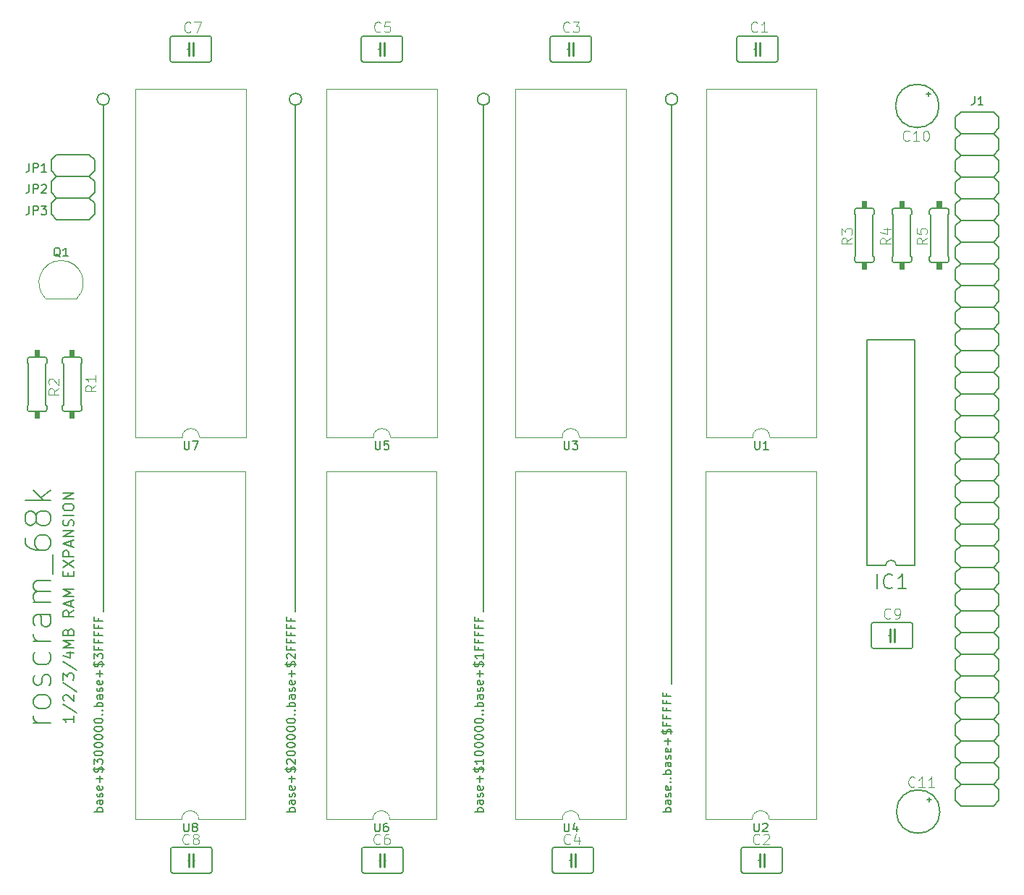
<source format=gbr>
G04 #@! TF.GenerationSoftware,KiCad,Pcbnew,(5.1.5-0-10_14)*
G04 #@! TF.CreationDate,2020-04-29T23:23:07+01:00*
G04 #@! TF.ProjectId,roscram01,726f7363-7261-46d3-9031-2e6b69636164,rev?*
G04 #@! TF.SameCoordinates,Original*
G04 #@! TF.FileFunction,Legend,Top*
G04 #@! TF.FilePolarity,Positive*
%FSLAX46Y46*%
G04 Gerber Fmt 4.6, Leading zero omitted, Abs format (unit mm)*
G04 Created by KiCad (PCBNEW (5.1.5-0-10_14)) date 2020-04-29 23:23:07*
%MOMM*%
%LPD*%
G04 APERTURE LIST*
%ADD10C,0.150000*%
%ADD11C,0.152400*%
%ADD12C,0.120000*%
%ADD13C,0.254000*%
%ADD14C,0.100000*%
%ADD15C,0.168910*%
%ADD16C,0.120650*%
G04 APERTURE END LIST*
D10*
X159707107Y-42000000D02*
G75*
G03X159707107Y-42000000I-707107J0D01*
G01*
X159000000Y-110500000D02*
X159000000Y-42707106D01*
X137707107Y-42000000D02*
G75*
G03X137707107Y-42000000I-707107J0D01*
G01*
X137000000Y-102000000D02*
X137000000Y-42707106D01*
X115707107Y-42000000D02*
G75*
G03X115707107Y-42000000I-707107J0D01*
G01*
X115000000Y-102000000D02*
X115000000Y-42707106D01*
X93207107Y-42000000D02*
G75*
G03X93207107Y-42000000I-707107J0D01*
G01*
X92500000Y-102000000D02*
X92500000Y-42707106D01*
X92452380Y-125452381D02*
X91452380Y-125452381D01*
X91833333Y-125452381D02*
X91785714Y-125357143D01*
X91785714Y-125166667D01*
X91833333Y-125071429D01*
X91880952Y-125023809D01*
X91976190Y-124976190D01*
X92261904Y-124976190D01*
X92357142Y-125023809D01*
X92404761Y-125071429D01*
X92452380Y-125166667D01*
X92452380Y-125357143D01*
X92404761Y-125452381D01*
X92452380Y-124119048D02*
X91928571Y-124119048D01*
X91833333Y-124166667D01*
X91785714Y-124261905D01*
X91785714Y-124452381D01*
X91833333Y-124547619D01*
X92404761Y-124119048D02*
X92452380Y-124214286D01*
X92452380Y-124452381D01*
X92404761Y-124547619D01*
X92309523Y-124595238D01*
X92214285Y-124595238D01*
X92119047Y-124547619D01*
X92071428Y-124452381D01*
X92071428Y-124214286D01*
X92023809Y-124119048D01*
X92404761Y-123690476D02*
X92452380Y-123595238D01*
X92452380Y-123404762D01*
X92404761Y-123309524D01*
X92309523Y-123261905D01*
X92261904Y-123261905D01*
X92166666Y-123309524D01*
X92119047Y-123404762D01*
X92119047Y-123547619D01*
X92071428Y-123642857D01*
X91976190Y-123690476D01*
X91928571Y-123690476D01*
X91833333Y-123642857D01*
X91785714Y-123547619D01*
X91785714Y-123404762D01*
X91833333Y-123309524D01*
X92404761Y-122452381D02*
X92452380Y-122547619D01*
X92452380Y-122738095D01*
X92404761Y-122833333D01*
X92309523Y-122880952D01*
X91928571Y-122880952D01*
X91833333Y-122833333D01*
X91785714Y-122738095D01*
X91785714Y-122547619D01*
X91833333Y-122452381D01*
X91928571Y-122404762D01*
X92023809Y-122404762D01*
X92119047Y-122880952D01*
X92071428Y-121976190D02*
X92071428Y-121214286D01*
X92452380Y-121595238D02*
X91690476Y-121595238D01*
X92404761Y-120785714D02*
X92452380Y-120642857D01*
X92452380Y-120404762D01*
X92404761Y-120309524D01*
X92357142Y-120261905D01*
X92261904Y-120214286D01*
X92166666Y-120214286D01*
X92071428Y-120261905D01*
X92023809Y-120309524D01*
X91976190Y-120404762D01*
X91928571Y-120595238D01*
X91880952Y-120690476D01*
X91833333Y-120738095D01*
X91738095Y-120785714D01*
X91642857Y-120785714D01*
X91547619Y-120738095D01*
X91500000Y-120690476D01*
X91452380Y-120595238D01*
X91452380Y-120357143D01*
X91500000Y-120214286D01*
X91309523Y-120500000D02*
X92595238Y-120500000D01*
X91452380Y-119880952D02*
X91452380Y-119261905D01*
X91833333Y-119595238D01*
X91833333Y-119452381D01*
X91880952Y-119357143D01*
X91928571Y-119309524D01*
X92023809Y-119261905D01*
X92261904Y-119261905D01*
X92357142Y-119309524D01*
X92404761Y-119357143D01*
X92452380Y-119452381D01*
X92452380Y-119738095D01*
X92404761Y-119833333D01*
X92357142Y-119880952D01*
X91452380Y-118642857D02*
X91452380Y-118547619D01*
X91500000Y-118452381D01*
X91547619Y-118404762D01*
X91642857Y-118357143D01*
X91833333Y-118309524D01*
X92071428Y-118309524D01*
X92261904Y-118357143D01*
X92357142Y-118404762D01*
X92404761Y-118452381D01*
X92452380Y-118547619D01*
X92452380Y-118642857D01*
X92404761Y-118738095D01*
X92357142Y-118785714D01*
X92261904Y-118833333D01*
X92071428Y-118880952D01*
X91833333Y-118880952D01*
X91642857Y-118833333D01*
X91547619Y-118785714D01*
X91500000Y-118738095D01*
X91452380Y-118642857D01*
X91452380Y-117690476D02*
X91452380Y-117595238D01*
X91500000Y-117500000D01*
X91547619Y-117452381D01*
X91642857Y-117404762D01*
X91833333Y-117357143D01*
X92071428Y-117357143D01*
X92261904Y-117404762D01*
X92357142Y-117452381D01*
X92404761Y-117500000D01*
X92452380Y-117595238D01*
X92452380Y-117690476D01*
X92404761Y-117785714D01*
X92357142Y-117833333D01*
X92261904Y-117880952D01*
X92071428Y-117928571D01*
X91833333Y-117928571D01*
X91642857Y-117880952D01*
X91547619Y-117833333D01*
X91500000Y-117785714D01*
X91452380Y-117690476D01*
X91452380Y-116738095D02*
X91452380Y-116642857D01*
X91500000Y-116547619D01*
X91547619Y-116500000D01*
X91642857Y-116452381D01*
X91833333Y-116404762D01*
X92071428Y-116404762D01*
X92261904Y-116452381D01*
X92357142Y-116500000D01*
X92404761Y-116547619D01*
X92452380Y-116642857D01*
X92452380Y-116738095D01*
X92404761Y-116833333D01*
X92357142Y-116880952D01*
X92261904Y-116928571D01*
X92071428Y-116976190D01*
X91833333Y-116976190D01*
X91642857Y-116928571D01*
X91547619Y-116880952D01*
X91500000Y-116833333D01*
X91452380Y-116738095D01*
X91452380Y-115785714D02*
X91452380Y-115690476D01*
X91500000Y-115595238D01*
X91547619Y-115547619D01*
X91642857Y-115500000D01*
X91833333Y-115452381D01*
X92071428Y-115452381D01*
X92261904Y-115500000D01*
X92357142Y-115547619D01*
X92404761Y-115595238D01*
X92452380Y-115690476D01*
X92452380Y-115785714D01*
X92404761Y-115880952D01*
X92357142Y-115928571D01*
X92261904Y-115976190D01*
X92071428Y-116023809D01*
X91833333Y-116023809D01*
X91642857Y-115976190D01*
X91547619Y-115928571D01*
X91500000Y-115880952D01*
X91452380Y-115785714D01*
X91452380Y-114833333D02*
X91452380Y-114738095D01*
X91500000Y-114642857D01*
X91547619Y-114595238D01*
X91642857Y-114547619D01*
X91833333Y-114500000D01*
X92071428Y-114500000D01*
X92261904Y-114547619D01*
X92357142Y-114595238D01*
X92404761Y-114642857D01*
X92452380Y-114738095D01*
X92452380Y-114833333D01*
X92404761Y-114928571D01*
X92357142Y-114976190D01*
X92261904Y-115023809D01*
X92071428Y-115071429D01*
X91833333Y-115071429D01*
X91642857Y-115023809D01*
X91547619Y-114976190D01*
X91500000Y-114928571D01*
X91452380Y-114833333D01*
X92357142Y-114071429D02*
X92404761Y-114023809D01*
X92452380Y-114071429D01*
X92404761Y-114119048D01*
X92357142Y-114071429D01*
X92452380Y-114071429D01*
X92357142Y-113595238D02*
X92404761Y-113547619D01*
X92452380Y-113595238D01*
X92404761Y-113642857D01*
X92357142Y-113595238D01*
X92452380Y-113595238D01*
X92452380Y-113119048D02*
X91452380Y-113119048D01*
X91833333Y-113119048D02*
X91785714Y-113023809D01*
X91785714Y-112833333D01*
X91833333Y-112738095D01*
X91880952Y-112690476D01*
X91976190Y-112642857D01*
X92261904Y-112642857D01*
X92357142Y-112690476D01*
X92404761Y-112738095D01*
X92452380Y-112833333D01*
X92452380Y-113023809D01*
X92404761Y-113119048D01*
X92452380Y-111785714D02*
X91928571Y-111785714D01*
X91833333Y-111833333D01*
X91785714Y-111928571D01*
X91785714Y-112119048D01*
X91833333Y-112214286D01*
X92404761Y-111785714D02*
X92452380Y-111880952D01*
X92452380Y-112119048D01*
X92404761Y-112214286D01*
X92309523Y-112261905D01*
X92214285Y-112261905D01*
X92119047Y-112214286D01*
X92071428Y-112119048D01*
X92071428Y-111880952D01*
X92023809Y-111785714D01*
X92404761Y-111357143D02*
X92452380Y-111261905D01*
X92452380Y-111071429D01*
X92404761Y-110976190D01*
X92309523Y-110928571D01*
X92261904Y-110928571D01*
X92166666Y-110976190D01*
X92119047Y-111071429D01*
X92119047Y-111214286D01*
X92071428Y-111309524D01*
X91976190Y-111357143D01*
X91928571Y-111357143D01*
X91833333Y-111309524D01*
X91785714Y-111214286D01*
X91785714Y-111071429D01*
X91833333Y-110976190D01*
X92404761Y-110119048D02*
X92452380Y-110214286D01*
X92452380Y-110404762D01*
X92404761Y-110500000D01*
X92309523Y-110547619D01*
X91928571Y-110547619D01*
X91833333Y-110500000D01*
X91785714Y-110404762D01*
X91785714Y-110214286D01*
X91833333Y-110119048D01*
X91928571Y-110071429D01*
X92023809Y-110071429D01*
X92119047Y-110547619D01*
X92071428Y-109642857D02*
X92071428Y-108880952D01*
X92452380Y-109261905D02*
X91690476Y-109261905D01*
X92404761Y-108452381D02*
X92452380Y-108309524D01*
X92452380Y-108071429D01*
X92404761Y-107976190D01*
X92357142Y-107928571D01*
X92261904Y-107880952D01*
X92166666Y-107880952D01*
X92071428Y-107928571D01*
X92023809Y-107976190D01*
X91976190Y-108071429D01*
X91928571Y-108261905D01*
X91880952Y-108357143D01*
X91833333Y-108404762D01*
X91738095Y-108452381D01*
X91642857Y-108452381D01*
X91547619Y-108404762D01*
X91500000Y-108357143D01*
X91452380Y-108261905D01*
X91452380Y-108023809D01*
X91500000Y-107880952D01*
X91309523Y-108166667D02*
X92595238Y-108166667D01*
X91452380Y-107547619D02*
X91452380Y-106928571D01*
X91833333Y-107261905D01*
X91833333Y-107119048D01*
X91880952Y-107023809D01*
X91928571Y-106976190D01*
X92023809Y-106928571D01*
X92261904Y-106928571D01*
X92357142Y-106976190D01*
X92404761Y-107023809D01*
X92452380Y-107119048D01*
X92452380Y-107404762D01*
X92404761Y-107500000D01*
X92357142Y-107547619D01*
X91928571Y-106166667D02*
X91928571Y-106500000D01*
X92452380Y-106500000D02*
X91452380Y-106500000D01*
X91452380Y-106023809D01*
X91928571Y-105309524D02*
X91928571Y-105642857D01*
X92452380Y-105642857D02*
X91452380Y-105642857D01*
X91452380Y-105166667D01*
X91928571Y-104452381D02*
X91928571Y-104785714D01*
X92452380Y-104785714D02*
X91452380Y-104785714D01*
X91452380Y-104309524D01*
X91928571Y-103595238D02*
X91928571Y-103928571D01*
X92452380Y-103928571D02*
X91452380Y-103928571D01*
X91452380Y-103452381D01*
X91928571Y-102738095D02*
X91928571Y-103071429D01*
X92452380Y-103071429D02*
X91452380Y-103071429D01*
X91452380Y-102595238D01*
X114952380Y-125452381D02*
X113952380Y-125452381D01*
X114333333Y-125452381D02*
X114285714Y-125357143D01*
X114285714Y-125166667D01*
X114333333Y-125071429D01*
X114380952Y-125023809D01*
X114476190Y-124976190D01*
X114761904Y-124976190D01*
X114857142Y-125023809D01*
X114904761Y-125071429D01*
X114952380Y-125166667D01*
X114952380Y-125357143D01*
X114904761Y-125452381D01*
X114952380Y-124119048D02*
X114428571Y-124119048D01*
X114333333Y-124166667D01*
X114285714Y-124261905D01*
X114285714Y-124452381D01*
X114333333Y-124547619D01*
X114904761Y-124119048D02*
X114952380Y-124214286D01*
X114952380Y-124452381D01*
X114904761Y-124547619D01*
X114809523Y-124595238D01*
X114714285Y-124595238D01*
X114619047Y-124547619D01*
X114571428Y-124452381D01*
X114571428Y-124214286D01*
X114523809Y-124119048D01*
X114904761Y-123690476D02*
X114952380Y-123595238D01*
X114952380Y-123404762D01*
X114904761Y-123309524D01*
X114809523Y-123261905D01*
X114761904Y-123261905D01*
X114666666Y-123309524D01*
X114619047Y-123404762D01*
X114619047Y-123547619D01*
X114571428Y-123642857D01*
X114476190Y-123690476D01*
X114428571Y-123690476D01*
X114333333Y-123642857D01*
X114285714Y-123547619D01*
X114285714Y-123404762D01*
X114333333Y-123309524D01*
X114904761Y-122452381D02*
X114952380Y-122547619D01*
X114952380Y-122738095D01*
X114904761Y-122833333D01*
X114809523Y-122880952D01*
X114428571Y-122880952D01*
X114333333Y-122833333D01*
X114285714Y-122738095D01*
X114285714Y-122547619D01*
X114333333Y-122452381D01*
X114428571Y-122404762D01*
X114523809Y-122404762D01*
X114619047Y-122880952D01*
X114571428Y-121976190D02*
X114571428Y-121214286D01*
X114952380Y-121595238D02*
X114190476Y-121595238D01*
X114904761Y-120785714D02*
X114952380Y-120642857D01*
X114952380Y-120404762D01*
X114904761Y-120309524D01*
X114857142Y-120261905D01*
X114761904Y-120214286D01*
X114666666Y-120214286D01*
X114571428Y-120261905D01*
X114523809Y-120309524D01*
X114476190Y-120404762D01*
X114428571Y-120595238D01*
X114380952Y-120690476D01*
X114333333Y-120738095D01*
X114238095Y-120785714D01*
X114142857Y-120785714D01*
X114047619Y-120738095D01*
X114000000Y-120690476D01*
X113952380Y-120595238D01*
X113952380Y-120357143D01*
X114000000Y-120214286D01*
X113809523Y-120500000D02*
X115095238Y-120500000D01*
X114047619Y-119833333D02*
X114000000Y-119785714D01*
X113952380Y-119690476D01*
X113952380Y-119452381D01*
X114000000Y-119357143D01*
X114047619Y-119309524D01*
X114142857Y-119261905D01*
X114238095Y-119261905D01*
X114380952Y-119309524D01*
X114952380Y-119880952D01*
X114952380Y-119261905D01*
X113952380Y-118642857D02*
X113952380Y-118547619D01*
X114000000Y-118452381D01*
X114047619Y-118404762D01*
X114142857Y-118357143D01*
X114333333Y-118309524D01*
X114571428Y-118309524D01*
X114761904Y-118357143D01*
X114857142Y-118404762D01*
X114904761Y-118452381D01*
X114952380Y-118547619D01*
X114952380Y-118642857D01*
X114904761Y-118738095D01*
X114857142Y-118785714D01*
X114761904Y-118833333D01*
X114571428Y-118880952D01*
X114333333Y-118880952D01*
X114142857Y-118833333D01*
X114047619Y-118785714D01*
X114000000Y-118738095D01*
X113952380Y-118642857D01*
X113952380Y-117690476D02*
X113952380Y-117595238D01*
X114000000Y-117500000D01*
X114047619Y-117452381D01*
X114142857Y-117404762D01*
X114333333Y-117357143D01*
X114571428Y-117357143D01*
X114761904Y-117404762D01*
X114857142Y-117452381D01*
X114904761Y-117500000D01*
X114952380Y-117595238D01*
X114952380Y-117690476D01*
X114904761Y-117785714D01*
X114857142Y-117833333D01*
X114761904Y-117880952D01*
X114571428Y-117928571D01*
X114333333Y-117928571D01*
X114142857Y-117880952D01*
X114047619Y-117833333D01*
X114000000Y-117785714D01*
X113952380Y-117690476D01*
X113952380Y-116738095D02*
X113952380Y-116642857D01*
X114000000Y-116547619D01*
X114047619Y-116500000D01*
X114142857Y-116452381D01*
X114333333Y-116404762D01*
X114571428Y-116404762D01*
X114761904Y-116452381D01*
X114857142Y-116500000D01*
X114904761Y-116547619D01*
X114952380Y-116642857D01*
X114952380Y-116738095D01*
X114904761Y-116833333D01*
X114857142Y-116880952D01*
X114761904Y-116928571D01*
X114571428Y-116976190D01*
X114333333Y-116976190D01*
X114142857Y-116928571D01*
X114047619Y-116880952D01*
X114000000Y-116833333D01*
X113952380Y-116738095D01*
X113952380Y-115785714D02*
X113952380Y-115690476D01*
X114000000Y-115595238D01*
X114047619Y-115547619D01*
X114142857Y-115500000D01*
X114333333Y-115452381D01*
X114571428Y-115452381D01*
X114761904Y-115500000D01*
X114857142Y-115547619D01*
X114904761Y-115595238D01*
X114952380Y-115690476D01*
X114952380Y-115785714D01*
X114904761Y-115880952D01*
X114857142Y-115928571D01*
X114761904Y-115976190D01*
X114571428Y-116023809D01*
X114333333Y-116023809D01*
X114142857Y-115976190D01*
X114047619Y-115928571D01*
X114000000Y-115880952D01*
X113952380Y-115785714D01*
X113952380Y-114833333D02*
X113952380Y-114738095D01*
X114000000Y-114642857D01*
X114047619Y-114595238D01*
X114142857Y-114547619D01*
X114333333Y-114500000D01*
X114571428Y-114500000D01*
X114761904Y-114547619D01*
X114857142Y-114595238D01*
X114904761Y-114642857D01*
X114952380Y-114738095D01*
X114952380Y-114833333D01*
X114904761Y-114928571D01*
X114857142Y-114976190D01*
X114761904Y-115023809D01*
X114571428Y-115071429D01*
X114333333Y-115071429D01*
X114142857Y-115023809D01*
X114047619Y-114976190D01*
X114000000Y-114928571D01*
X113952380Y-114833333D01*
X114857142Y-114071429D02*
X114904761Y-114023809D01*
X114952380Y-114071429D01*
X114904761Y-114119048D01*
X114857142Y-114071429D01*
X114952380Y-114071429D01*
X114857142Y-113595238D02*
X114904761Y-113547619D01*
X114952380Y-113595238D01*
X114904761Y-113642857D01*
X114857142Y-113595238D01*
X114952380Y-113595238D01*
X114952380Y-113119048D02*
X113952380Y-113119048D01*
X114333333Y-113119048D02*
X114285714Y-113023809D01*
X114285714Y-112833333D01*
X114333333Y-112738095D01*
X114380952Y-112690476D01*
X114476190Y-112642857D01*
X114761904Y-112642857D01*
X114857142Y-112690476D01*
X114904761Y-112738095D01*
X114952380Y-112833333D01*
X114952380Y-113023809D01*
X114904761Y-113119048D01*
X114952380Y-111785714D02*
X114428571Y-111785714D01*
X114333333Y-111833333D01*
X114285714Y-111928571D01*
X114285714Y-112119048D01*
X114333333Y-112214286D01*
X114904761Y-111785714D02*
X114952380Y-111880952D01*
X114952380Y-112119048D01*
X114904761Y-112214286D01*
X114809523Y-112261905D01*
X114714285Y-112261905D01*
X114619047Y-112214286D01*
X114571428Y-112119048D01*
X114571428Y-111880952D01*
X114523809Y-111785714D01*
X114904761Y-111357143D02*
X114952380Y-111261905D01*
X114952380Y-111071429D01*
X114904761Y-110976190D01*
X114809523Y-110928571D01*
X114761904Y-110928571D01*
X114666666Y-110976190D01*
X114619047Y-111071429D01*
X114619047Y-111214286D01*
X114571428Y-111309524D01*
X114476190Y-111357143D01*
X114428571Y-111357143D01*
X114333333Y-111309524D01*
X114285714Y-111214286D01*
X114285714Y-111071429D01*
X114333333Y-110976190D01*
X114904761Y-110119048D02*
X114952380Y-110214286D01*
X114952380Y-110404762D01*
X114904761Y-110500000D01*
X114809523Y-110547619D01*
X114428571Y-110547619D01*
X114333333Y-110500000D01*
X114285714Y-110404762D01*
X114285714Y-110214286D01*
X114333333Y-110119048D01*
X114428571Y-110071429D01*
X114523809Y-110071429D01*
X114619047Y-110547619D01*
X114571428Y-109642857D02*
X114571428Y-108880952D01*
X114952380Y-109261905D02*
X114190476Y-109261905D01*
X114904761Y-108452381D02*
X114952380Y-108309524D01*
X114952380Y-108071429D01*
X114904761Y-107976190D01*
X114857142Y-107928571D01*
X114761904Y-107880952D01*
X114666666Y-107880952D01*
X114571428Y-107928571D01*
X114523809Y-107976190D01*
X114476190Y-108071429D01*
X114428571Y-108261905D01*
X114380952Y-108357143D01*
X114333333Y-108404762D01*
X114238095Y-108452381D01*
X114142857Y-108452381D01*
X114047619Y-108404762D01*
X114000000Y-108357143D01*
X113952380Y-108261905D01*
X113952380Y-108023809D01*
X114000000Y-107880952D01*
X113809523Y-108166667D02*
X115095238Y-108166667D01*
X114047619Y-107500000D02*
X114000000Y-107452381D01*
X113952380Y-107357143D01*
X113952380Y-107119048D01*
X114000000Y-107023809D01*
X114047619Y-106976190D01*
X114142857Y-106928571D01*
X114238095Y-106928571D01*
X114380952Y-106976190D01*
X114952380Y-107547619D01*
X114952380Y-106928571D01*
X114428571Y-106166667D02*
X114428571Y-106500000D01*
X114952380Y-106500000D02*
X113952380Y-106500000D01*
X113952380Y-106023809D01*
X114428571Y-105309524D02*
X114428571Y-105642857D01*
X114952380Y-105642857D02*
X113952380Y-105642857D01*
X113952380Y-105166667D01*
X114428571Y-104452381D02*
X114428571Y-104785714D01*
X114952380Y-104785714D02*
X113952380Y-104785714D01*
X113952380Y-104309524D01*
X114428571Y-103595238D02*
X114428571Y-103928571D01*
X114952380Y-103928571D02*
X113952380Y-103928571D01*
X113952380Y-103452381D01*
X114428571Y-102738095D02*
X114428571Y-103071429D01*
X114952380Y-103071429D02*
X113952380Y-103071429D01*
X113952380Y-102595238D01*
X136952380Y-125452381D02*
X135952380Y-125452381D01*
X136333333Y-125452381D02*
X136285714Y-125357143D01*
X136285714Y-125166667D01*
X136333333Y-125071429D01*
X136380952Y-125023809D01*
X136476190Y-124976190D01*
X136761904Y-124976190D01*
X136857142Y-125023809D01*
X136904761Y-125071429D01*
X136952380Y-125166667D01*
X136952380Y-125357143D01*
X136904761Y-125452381D01*
X136952380Y-124119048D02*
X136428571Y-124119048D01*
X136333333Y-124166667D01*
X136285714Y-124261905D01*
X136285714Y-124452381D01*
X136333333Y-124547619D01*
X136904761Y-124119048D02*
X136952380Y-124214286D01*
X136952380Y-124452381D01*
X136904761Y-124547619D01*
X136809523Y-124595238D01*
X136714285Y-124595238D01*
X136619047Y-124547619D01*
X136571428Y-124452381D01*
X136571428Y-124214286D01*
X136523809Y-124119048D01*
X136904761Y-123690476D02*
X136952380Y-123595238D01*
X136952380Y-123404762D01*
X136904761Y-123309524D01*
X136809523Y-123261905D01*
X136761904Y-123261905D01*
X136666666Y-123309524D01*
X136619047Y-123404762D01*
X136619047Y-123547619D01*
X136571428Y-123642857D01*
X136476190Y-123690476D01*
X136428571Y-123690476D01*
X136333333Y-123642857D01*
X136285714Y-123547619D01*
X136285714Y-123404762D01*
X136333333Y-123309524D01*
X136904761Y-122452381D02*
X136952380Y-122547619D01*
X136952380Y-122738095D01*
X136904761Y-122833333D01*
X136809523Y-122880952D01*
X136428571Y-122880952D01*
X136333333Y-122833333D01*
X136285714Y-122738095D01*
X136285714Y-122547619D01*
X136333333Y-122452381D01*
X136428571Y-122404762D01*
X136523809Y-122404762D01*
X136619047Y-122880952D01*
X136571428Y-121976190D02*
X136571428Y-121214286D01*
X136952380Y-121595238D02*
X136190476Y-121595238D01*
X136904761Y-120785714D02*
X136952380Y-120642857D01*
X136952380Y-120404762D01*
X136904761Y-120309524D01*
X136857142Y-120261905D01*
X136761904Y-120214286D01*
X136666666Y-120214286D01*
X136571428Y-120261905D01*
X136523809Y-120309524D01*
X136476190Y-120404762D01*
X136428571Y-120595238D01*
X136380952Y-120690476D01*
X136333333Y-120738095D01*
X136238095Y-120785714D01*
X136142857Y-120785714D01*
X136047619Y-120738095D01*
X136000000Y-120690476D01*
X135952380Y-120595238D01*
X135952380Y-120357143D01*
X136000000Y-120214286D01*
X135809523Y-120500000D02*
X137095238Y-120500000D01*
X136952380Y-119261905D02*
X136952380Y-119833333D01*
X136952380Y-119547619D02*
X135952380Y-119547619D01*
X136095238Y-119642857D01*
X136190476Y-119738095D01*
X136238095Y-119833333D01*
X135952380Y-118642857D02*
X135952380Y-118547619D01*
X136000000Y-118452381D01*
X136047619Y-118404762D01*
X136142857Y-118357143D01*
X136333333Y-118309524D01*
X136571428Y-118309524D01*
X136761904Y-118357143D01*
X136857142Y-118404762D01*
X136904761Y-118452381D01*
X136952380Y-118547619D01*
X136952380Y-118642857D01*
X136904761Y-118738095D01*
X136857142Y-118785714D01*
X136761904Y-118833333D01*
X136571428Y-118880952D01*
X136333333Y-118880952D01*
X136142857Y-118833333D01*
X136047619Y-118785714D01*
X136000000Y-118738095D01*
X135952380Y-118642857D01*
X135952380Y-117690476D02*
X135952380Y-117595238D01*
X136000000Y-117500000D01*
X136047619Y-117452381D01*
X136142857Y-117404762D01*
X136333333Y-117357143D01*
X136571428Y-117357143D01*
X136761904Y-117404762D01*
X136857142Y-117452381D01*
X136904761Y-117500000D01*
X136952380Y-117595238D01*
X136952380Y-117690476D01*
X136904761Y-117785714D01*
X136857142Y-117833333D01*
X136761904Y-117880952D01*
X136571428Y-117928571D01*
X136333333Y-117928571D01*
X136142857Y-117880952D01*
X136047619Y-117833333D01*
X136000000Y-117785714D01*
X135952380Y-117690476D01*
X135952380Y-116738095D02*
X135952380Y-116642857D01*
X136000000Y-116547619D01*
X136047619Y-116500000D01*
X136142857Y-116452381D01*
X136333333Y-116404762D01*
X136571428Y-116404762D01*
X136761904Y-116452381D01*
X136857142Y-116500000D01*
X136904761Y-116547619D01*
X136952380Y-116642857D01*
X136952380Y-116738095D01*
X136904761Y-116833333D01*
X136857142Y-116880952D01*
X136761904Y-116928571D01*
X136571428Y-116976190D01*
X136333333Y-116976190D01*
X136142857Y-116928571D01*
X136047619Y-116880952D01*
X136000000Y-116833333D01*
X135952380Y-116738095D01*
X135952380Y-115785714D02*
X135952380Y-115690476D01*
X136000000Y-115595238D01*
X136047619Y-115547619D01*
X136142857Y-115500000D01*
X136333333Y-115452381D01*
X136571428Y-115452381D01*
X136761904Y-115500000D01*
X136857142Y-115547619D01*
X136904761Y-115595238D01*
X136952380Y-115690476D01*
X136952380Y-115785714D01*
X136904761Y-115880952D01*
X136857142Y-115928571D01*
X136761904Y-115976190D01*
X136571428Y-116023809D01*
X136333333Y-116023809D01*
X136142857Y-115976190D01*
X136047619Y-115928571D01*
X136000000Y-115880952D01*
X135952380Y-115785714D01*
X135952380Y-114833333D02*
X135952380Y-114738095D01*
X136000000Y-114642857D01*
X136047619Y-114595238D01*
X136142857Y-114547619D01*
X136333333Y-114500000D01*
X136571428Y-114500000D01*
X136761904Y-114547619D01*
X136857142Y-114595238D01*
X136904761Y-114642857D01*
X136952380Y-114738095D01*
X136952380Y-114833333D01*
X136904761Y-114928571D01*
X136857142Y-114976190D01*
X136761904Y-115023809D01*
X136571428Y-115071429D01*
X136333333Y-115071429D01*
X136142857Y-115023809D01*
X136047619Y-114976190D01*
X136000000Y-114928571D01*
X135952380Y-114833333D01*
X136857142Y-114071429D02*
X136904761Y-114023809D01*
X136952380Y-114071429D01*
X136904761Y-114119048D01*
X136857142Y-114071429D01*
X136952380Y-114071429D01*
X136857142Y-113595238D02*
X136904761Y-113547619D01*
X136952380Y-113595238D01*
X136904761Y-113642857D01*
X136857142Y-113595238D01*
X136952380Y-113595238D01*
X136952380Y-113119048D02*
X135952380Y-113119048D01*
X136333333Y-113119048D02*
X136285714Y-113023809D01*
X136285714Y-112833333D01*
X136333333Y-112738095D01*
X136380952Y-112690476D01*
X136476190Y-112642857D01*
X136761904Y-112642857D01*
X136857142Y-112690476D01*
X136904761Y-112738095D01*
X136952380Y-112833333D01*
X136952380Y-113023809D01*
X136904761Y-113119048D01*
X136952380Y-111785714D02*
X136428571Y-111785714D01*
X136333333Y-111833333D01*
X136285714Y-111928571D01*
X136285714Y-112119048D01*
X136333333Y-112214286D01*
X136904761Y-111785714D02*
X136952380Y-111880952D01*
X136952380Y-112119048D01*
X136904761Y-112214286D01*
X136809523Y-112261905D01*
X136714285Y-112261905D01*
X136619047Y-112214286D01*
X136571428Y-112119048D01*
X136571428Y-111880952D01*
X136523809Y-111785714D01*
X136904761Y-111357143D02*
X136952380Y-111261905D01*
X136952380Y-111071429D01*
X136904761Y-110976190D01*
X136809523Y-110928571D01*
X136761904Y-110928571D01*
X136666666Y-110976190D01*
X136619047Y-111071429D01*
X136619047Y-111214286D01*
X136571428Y-111309524D01*
X136476190Y-111357143D01*
X136428571Y-111357143D01*
X136333333Y-111309524D01*
X136285714Y-111214286D01*
X136285714Y-111071429D01*
X136333333Y-110976190D01*
X136904761Y-110119048D02*
X136952380Y-110214286D01*
X136952380Y-110404762D01*
X136904761Y-110500000D01*
X136809523Y-110547619D01*
X136428571Y-110547619D01*
X136333333Y-110500000D01*
X136285714Y-110404762D01*
X136285714Y-110214286D01*
X136333333Y-110119048D01*
X136428571Y-110071429D01*
X136523809Y-110071429D01*
X136619047Y-110547619D01*
X136571428Y-109642857D02*
X136571428Y-108880952D01*
X136952380Y-109261905D02*
X136190476Y-109261905D01*
X136904761Y-108452381D02*
X136952380Y-108309524D01*
X136952380Y-108071429D01*
X136904761Y-107976190D01*
X136857142Y-107928571D01*
X136761904Y-107880952D01*
X136666666Y-107880952D01*
X136571428Y-107928571D01*
X136523809Y-107976190D01*
X136476190Y-108071429D01*
X136428571Y-108261905D01*
X136380952Y-108357143D01*
X136333333Y-108404762D01*
X136238095Y-108452381D01*
X136142857Y-108452381D01*
X136047619Y-108404762D01*
X136000000Y-108357143D01*
X135952380Y-108261905D01*
X135952380Y-108023809D01*
X136000000Y-107880952D01*
X135809523Y-108166667D02*
X137095238Y-108166667D01*
X136952380Y-106928571D02*
X136952380Y-107500000D01*
X136952380Y-107214286D02*
X135952380Y-107214286D01*
X136095238Y-107309524D01*
X136190476Y-107404762D01*
X136238095Y-107500000D01*
X136428571Y-106166667D02*
X136428571Y-106500000D01*
X136952380Y-106500000D02*
X135952380Y-106500000D01*
X135952380Y-106023809D01*
X136428571Y-105309524D02*
X136428571Y-105642857D01*
X136952380Y-105642857D02*
X135952380Y-105642857D01*
X135952380Y-105166667D01*
X136428571Y-104452381D02*
X136428571Y-104785714D01*
X136952380Y-104785714D02*
X135952380Y-104785714D01*
X135952380Y-104309524D01*
X136428571Y-103595238D02*
X136428571Y-103928571D01*
X136952380Y-103928571D02*
X135952380Y-103928571D01*
X135952380Y-103452381D01*
X136428571Y-102738095D02*
X136428571Y-103071429D01*
X136952380Y-103071429D02*
X135952380Y-103071429D01*
X135952380Y-102595238D01*
X158952380Y-125452380D02*
X157952380Y-125452380D01*
X158333333Y-125452380D02*
X158285714Y-125357142D01*
X158285714Y-125166666D01*
X158333333Y-125071428D01*
X158380952Y-125023809D01*
X158476190Y-124976190D01*
X158761904Y-124976190D01*
X158857142Y-125023809D01*
X158904761Y-125071428D01*
X158952380Y-125166666D01*
X158952380Y-125357142D01*
X158904761Y-125452380D01*
X158952380Y-124119047D02*
X158428571Y-124119047D01*
X158333333Y-124166666D01*
X158285714Y-124261904D01*
X158285714Y-124452380D01*
X158333333Y-124547619D01*
X158904761Y-124119047D02*
X158952380Y-124214285D01*
X158952380Y-124452380D01*
X158904761Y-124547619D01*
X158809523Y-124595238D01*
X158714285Y-124595238D01*
X158619047Y-124547619D01*
X158571428Y-124452380D01*
X158571428Y-124214285D01*
X158523809Y-124119047D01*
X158904761Y-123690476D02*
X158952380Y-123595238D01*
X158952380Y-123404761D01*
X158904761Y-123309523D01*
X158809523Y-123261904D01*
X158761904Y-123261904D01*
X158666666Y-123309523D01*
X158619047Y-123404761D01*
X158619047Y-123547619D01*
X158571428Y-123642857D01*
X158476190Y-123690476D01*
X158428571Y-123690476D01*
X158333333Y-123642857D01*
X158285714Y-123547619D01*
X158285714Y-123404761D01*
X158333333Y-123309523D01*
X158904761Y-122452380D02*
X158952380Y-122547619D01*
X158952380Y-122738095D01*
X158904761Y-122833333D01*
X158809523Y-122880952D01*
X158428571Y-122880952D01*
X158333333Y-122833333D01*
X158285714Y-122738095D01*
X158285714Y-122547619D01*
X158333333Y-122452380D01*
X158428571Y-122404761D01*
X158523809Y-122404761D01*
X158619047Y-122880952D01*
X158857142Y-121976190D02*
X158904761Y-121928571D01*
X158952380Y-121976190D01*
X158904761Y-122023809D01*
X158857142Y-121976190D01*
X158952380Y-121976190D01*
X158857142Y-121500000D02*
X158904761Y-121452380D01*
X158952380Y-121500000D01*
X158904761Y-121547619D01*
X158857142Y-121500000D01*
X158952380Y-121500000D01*
X158952380Y-121023809D02*
X157952380Y-121023809D01*
X158333333Y-121023809D02*
X158285714Y-120928571D01*
X158285714Y-120738095D01*
X158333333Y-120642857D01*
X158380952Y-120595238D01*
X158476190Y-120547619D01*
X158761904Y-120547619D01*
X158857142Y-120595238D01*
X158904761Y-120642857D01*
X158952380Y-120738095D01*
X158952380Y-120928571D01*
X158904761Y-121023809D01*
X158952380Y-119690476D02*
X158428571Y-119690476D01*
X158333333Y-119738095D01*
X158285714Y-119833333D01*
X158285714Y-120023809D01*
X158333333Y-120119047D01*
X158904761Y-119690476D02*
X158952380Y-119785714D01*
X158952380Y-120023809D01*
X158904761Y-120119047D01*
X158809523Y-120166666D01*
X158714285Y-120166666D01*
X158619047Y-120119047D01*
X158571428Y-120023809D01*
X158571428Y-119785714D01*
X158523809Y-119690476D01*
X158904761Y-119261904D02*
X158952380Y-119166666D01*
X158952380Y-118976190D01*
X158904761Y-118880952D01*
X158809523Y-118833333D01*
X158761904Y-118833333D01*
X158666666Y-118880952D01*
X158619047Y-118976190D01*
X158619047Y-119119047D01*
X158571428Y-119214285D01*
X158476190Y-119261904D01*
X158428571Y-119261904D01*
X158333333Y-119214285D01*
X158285714Y-119119047D01*
X158285714Y-118976190D01*
X158333333Y-118880952D01*
X158904761Y-118023809D02*
X158952380Y-118119047D01*
X158952380Y-118309523D01*
X158904761Y-118404761D01*
X158809523Y-118452380D01*
X158428571Y-118452380D01*
X158333333Y-118404761D01*
X158285714Y-118309523D01*
X158285714Y-118119047D01*
X158333333Y-118023809D01*
X158428571Y-117976190D01*
X158523809Y-117976190D01*
X158619047Y-118452380D01*
X158571428Y-117547619D02*
X158571428Y-116785714D01*
X158952380Y-117166666D02*
X158190476Y-117166666D01*
X158904761Y-116357142D02*
X158952380Y-116214285D01*
X158952380Y-115976190D01*
X158904761Y-115880952D01*
X158857142Y-115833333D01*
X158761904Y-115785714D01*
X158666666Y-115785714D01*
X158571428Y-115833333D01*
X158523809Y-115880952D01*
X158476190Y-115976190D01*
X158428571Y-116166666D01*
X158380952Y-116261904D01*
X158333333Y-116309523D01*
X158238095Y-116357142D01*
X158142857Y-116357142D01*
X158047619Y-116309523D01*
X158000000Y-116261904D01*
X157952380Y-116166666D01*
X157952380Y-115928571D01*
X158000000Y-115785714D01*
X157809523Y-116071428D02*
X159095238Y-116071428D01*
X158428571Y-115023809D02*
X158428571Y-115357142D01*
X158952380Y-115357142D02*
X157952380Y-115357142D01*
X157952380Y-114880952D01*
X158428571Y-114166666D02*
X158428571Y-114500000D01*
X158952380Y-114500000D02*
X157952380Y-114500000D01*
X157952380Y-114023809D01*
X158428571Y-113309523D02*
X158428571Y-113642857D01*
X158952380Y-113642857D02*
X157952380Y-113642857D01*
X157952380Y-113166666D01*
X158428571Y-112452380D02*
X158428571Y-112785714D01*
X158952380Y-112785714D02*
X157952380Y-112785714D01*
X157952380Y-112309523D01*
X158428571Y-111595238D02*
X158428571Y-111928571D01*
X158952380Y-111928571D02*
X157952380Y-111928571D01*
X157952380Y-111452380D01*
X89065476Y-114238094D02*
X89065476Y-114952379D01*
X89065476Y-114595237D02*
X87815476Y-114595237D01*
X87994047Y-114714284D01*
X88113095Y-114833332D01*
X88172619Y-114952379D01*
X87755952Y-112809522D02*
X89363095Y-113880951D01*
X87934523Y-112452379D02*
X87875000Y-112392856D01*
X87815476Y-112273808D01*
X87815476Y-111976189D01*
X87875000Y-111857141D01*
X87934523Y-111797618D01*
X88053571Y-111738094D01*
X88172619Y-111738094D01*
X88351190Y-111797618D01*
X89065476Y-112511903D01*
X89065476Y-111738094D01*
X87755952Y-110309522D02*
X89363095Y-111380951D01*
X87815476Y-110011903D02*
X87815476Y-109238094D01*
X88291666Y-109654760D01*
X88291666Y-109476189D01*
X88351190Y-109357141D01*
X88410714Y-109297618D01*
X88529761Y-109238094D01*
X88827380Y-109238094D01*
X88946428Y-109297618D01*
X89005952Y-109357141D01*
X89065476Y-109476189D01*
X89065476Y-109833332D01*
X89005952Y-109952379D01*
X88946428Y-110011903D01*
X87755952Y-107809522D02*
X89363095Y-108880951D01*
X88232142Y-106857141D02*
X89065476Y-106857141D01*
X87755952Y-107154760D02*
X88648809Y-107452379D01*
X88648809Y-106678570D01*
X89065476Y-106202379D02*
X87815476Y-106202379D01*
X88708333Y-105785713D01*
X87815476Y-105369046D01*
X89065476Y-105369046D01*
X88410714Y-104357141D02*
X88470238Y-104178570D01*
X88529761Y-104119046D01*
X88648809Y-104059522D01*
X88827380Y-104059522D01*
X88946428Y-104119046D01*
X89005952Y-104178570D01*
X89065476Y-104297618D01*
X89065476Y-104773808D01*
X87815476Y-104773808D01*
X87815476Y-104357141D01*
X87875000Y-104238094D01*
X87934523Y-104178570D01*
X88053571Y-104119046D01*
X88172619Y-104119046D01*
X88291666Y-104178570D01*
X88351190Y-104238094D01*
X88410714Y-104357141D01*
X88410714Y-104773808D01*
X89065476Y-101857141D02*
X88470238Y-102273808D01*
X89065476Y-102571427D02*
X87815476Y-102571427D01*
X87815476Y-102095237D01*
X87875000Y-101976189D01*
X87934523Y-101916665D01*
X88053571Y-101857141D01*
X88232142Y-101857141D01*
X88351190Y-101916665D01*
X88410714Y-101976189D01*
X88470238Y-102095237D01*
X88470238Y-102571427D01*
X88708333Y-101380951D02*
X88708333Y-100785713D01*
X89065476Y-101499999D02*
X87815476Y-101083332D01*
X89065476Y-100666665D01*
X89065476Y-100249999D02*
X87815476Y-100249999D01*
X88708333Y-99833332D01*
X87815476Y-99416665D01*
X89065476Y-99416665D01*
X88410714Y-97869046D02*
X88410714Y-97452379D01*
X89065476Y-97273808D02*
X89065476Y-97869046D01*
X87815476Y-97869046D01*
X87815476Y-97273808D01*
X87815476Y-96857141D02*
X89065476Y-96023808D01*
X87815476Y-96023808D02*
X89065476Y-96857141D01*
X89065476Y-95547618D02*
X87815476Y-95547618D01*
X87815476Y-95071427D01*
X87875000Y-94952379D01*
X87934523Y-94892856D01*
X88053571Y-94833332D01*
X88232142Y-94833332D01*
X88351190Y-94892856D01*
X88410714Y-94952379D01*
X88470238Y-95071427D01*
X88470238Y-95547618D01*
X88708333Y-94357141D02*
X88708333Y-93761903D01*
X89065476Y-94476189D02*
X87815476Y-94059522D01*
X89065476Y-93642856D01*
X89065476Y-93226189D02*
X87815476Y-93226189D01*
X89065476Y-92511903D01*
X87815476Y-92511903D01*
X89005952Y-91976189D02*
X89065476Y-91797618D01*
X89065476Y-91499999D01*
X89005952Y-91380951D01*
X88946428Y-91321427D01*
X88827380Y-91261903D01*
X88708333Y-91261903D01*
X88589285Y-91321427D01*
X88529761Y-91380951D01*
X88470238Y-91499999D01*
X88410714Y-91738094D01*
X88351190Y-91857141D01*
X88291666Y-91916665D01*
X88172619Y-91976189D01*
X88053571Y-91976189D01*
X87934523Y-91916665D01*
X87875000Y-91857141D01*
X87815476Y-91738094D01*
X87815476Y-91440475D01*
X87875000Y-91261903D01*
X89065476Y-90726189D02*
X87815476Y-90726189D01*
X87815476Y-89892856D02*
X87815476Y-89654760D01*
X87875000Y-89535713D01*
X87994047Y-89416665D01*
X88232142Y-89357141D01*
X88648809Y-89357141D01*
X88886904Y-89416665D01*
X89005952Y-89535713D01*
X89065476Y-89654760D01*
X89065476Y-89892856D01*
X89005952Y-90011903D01*
X88886904Y-90130951D01*
X88648809Y-90190475D01*
X88232142Y-90190475D01*
X87994047Y-90130951D01*
X87875000Y-90011903D01*
X87815476Y-89892856D01*
X89065476Y-88821427D02*
X87815476Y-88821427D01*
X89065476Y-88107141D01*
X87815476Y-88107141D01*
X86357142Y-115071428D02*
X84357142Y-115071428D01*
X84928571Y-115071428D02*
X84642857Y-114928571D01*
X84500000Y-114785714D01*
X84357142Y-114500000D01*
X84357142Y-114214285D01*
X86357142Y-112785714D02*
X86214285Y-113071428D01*
X86071428Y-113214285D01*
X85785714Y-113357142D01*
X84928571Y-113357142D01*
X84642857Y-113214285D01*
X84500000Y-113071428D01*
X84357142Y-112785714D01*
X84357142Y-112357142D01*
X84500000Y-112071428D01*
X84642857Y-111928571D01*
X84928571Y-111785714D01*
X85785714Y-111785714D01*
X86071428Y-111928571D01*
X86214285Y-112071428D01*
X86357142Y-112357142D01*
X86357142Y-112785714D01*
X86214285Y-110642857D02*
X86357142Y-110357142D01*
X86357142Y-109785714D01*
X86214285Y-109500000D01*
X85928571Y-109357142D01*
X85785714Y-109357142D01*
X85500000Y-109500000D01*
X85357142Y-109785714D01*
X85357142Y-110214285D01*
X85214285Y-110500000D01*
X84928571Y-110642857D01*
X84785714Y-110642857D01*
X84500000Y-110500000D01*
X84357142Y-110214285D01*
X84357142Y-109785714D01*
X84500000Y-109500000D01*
X86214285Y-106785714D02*
X86357142Y-107071428D01*
X86357142Y-107642857D01*
X86214285Y-107928571D01*
X86071428Y-108071428D01*
X85785714Y-108214285D01*
X84928571Y-108214285D01*
X84642857Y-108071428D01*
X84500000Y-107928571D01*
X84357142Y-107642857D01*
X84357142Y-107071428D01*
X84500000Y-106785714D01*
X86357142Y-105500000D02*
X84357142Y-105500000D01*
X84928571Y-105500000D02*
X84642857Y-105357142D01*
X84500000Y-105214285D01*
X84357142Y-104928571D01*
X84357142Y-104642857D01*
X86357142Y-102357142D02*
X84785714Y-102357142D01*
X84500000Y-102500000D01*
X84357142Y-102785714D01*
X84357142Y-103357142D01*
X84500000Y-103642857D01*
X86214285Y-102357142D02*
X86357142Y-102642857D01*
X86357142Y-103357142D01*
X86214285Y-103642857D01*
X85928571Y-103785714D01*
X85642857Y-103785714D01*
X85357142Y-103642857D01*
X85214285Y-103357142D01*
X85214285Y-102642857D01*
X85071428Y-102357142D01*
X86357142Y-100928571D02*
X84357142Y-100928571D01*
X84642857Y-100928571D02*
X84500000Y-100785714D01*
X84357142Y-100500000D01*
X84357142Y-100071428D01*
X84500000Y-99785714D01*
X84785714Y-99642857D01*
X86357142Y-99642857D01*
X84785714Y-99642857D02*
X84500000Y-99500000D01*
X84357142Y-99214285D01*
X84357142Y-98785714D01*
X84500000Y-98500000D01*
X84785714Y-98357142D01*
X86357142Y-98357142D01*
X86642857Y-97642857D02*
X86642857Y-95357142D01*
X83357142Y-93357142D02*
X83357142Y-93928571D01*
X83500000Y-94214285D01*
X83642857Y-94357142D01*
X84071428Y-94642857D01*
X84642857Y-94785714D01*
X85785714Y-94785714D01*
X86071428Y-94642857D01*
X86214285Y-94500000D01*
X86357142Y-94214285D01*
X86357142Y-93642857D01*
X86214285Y-93357142D01*
X86071428Y-93214285D01*
X85785714Y-93071428D01*
X85071428Y-93071428D01*
X84785714Y-93214285D01*
X84642857Y-93357142D01*
X84500000Y-93642857D01*
X84500000Y-94214285D01*
X84642857Y-94500000D01*
X84785714Y-94642857D01*
X85071428Y-94785714D01*
X84642857Y-91357142D02*
X84500000Y-91642857D01*
X84357142Y-91785714D01*
X84071428Y-91928571D01*
X83928571Y-91928571D01*
X83642857Y-91785714D01*
X83500000Y-91642857D01*
X83357142Y-91357142D01*
X83357142Y-90785714D01*
X83500000Y-90500000D01*
X83642857Y-90357142D01*
X83928571Y-90214285D01*
X84071428Y-90214285D01*
X84357142Y-90357142D01*
X84500000Y-90500000D01*
X84642857Y-90785714D01*
X84642857Y-91357142D01*
X84785714Y-91642857D01*
X84928571Y-91785714D01*
X85214285Y-91928571D01*
X85785714Y-91928571D01*
X86071428Y-91785714D01*
X86214285Y-91642857D01*
X86357142Y-91357142D01*
X86357142Y-90785714D01*
X86214285Y-90500000D01*
X86071428Y-90357142D01*
X85785714Y-90214285D01*
X85214285Y-90214285D01*
X84928571Y-90357142D01*
X84785714Y-90500000D01*
X84642857Y-90785714D01*
X86357142Y-88928571D02*
X83357142Y-88928571D01*
X85214285Y-88642857D02*
X86357142Y-87785714D01*
X84357142Y-87785714D02*
X85500000Y-88928571D01*
X83853066Y-54506880D02*
X83853066Y-55221166D01*
X83805447Y-55364023D01*
X83710209Y-55459261D01*
X83567352Y-55506880D01*
X83472114Y-55506880D01*
X84329257Y-55506880D02*
X84329257Y-54506880D01*
X84710209Y-54506880D01*
X84805447Y-54554500D01*
X84853066Y-54602119D01*
X84900685Y-54697357D01*
X84900685Y-54840214D01*
X84853066Y-54935452D01*
X84805447Y-54983071D01*
X84710209Y-55030690D01*
X84329257Y-55030690D01*
X85234019Y-54506880D02*
X85853066Y-54506880D01*
X85519733Y-54887833D01*
X85662590Y-54887833D01*
X85757828Y-54935452D01*
X85805447Y-54983071D01*
X85853066Y-55078309D01*
X85853066Y-55316404D01*
X85805447Y-55411642D01*
X85757828Y-55459261D01*
X85662590Y-55506880D01*
X85376876Y-55506880D01*
X85281638Y-55459261D01*
X85234019Y-55411642D01*
X83853066Y-51966880D02*
X83853066Y-52681166D01*
X83805447Y-52824023D01*
X83710209Y-52919261D01*
X83567352Y-52966880D01*
X83472114Y-52966880D01*
X84329257Y-52966880D02*
X84329257Y-51966880D01*
X84710209Y-51966880D01*
X84805447Y-52014500D01*
X84853066Y-52062119D01*
X84900685Y-52157357D01*
X84900685Y-52300214D01*
X84853066Y-52395452D01*
X84805447Y-52443071D01*
X84710209Y-52490690D01*
X84329257Y-52490690D01*
X85281638Y-52062119D02*
X85329257Y-52014500D01*
X85424495Y-51966880D01*
X85662590Y-51966880D01*
X85757828Y-52014500D01*
X85805447Y-52062119D01*
X85853066Y-52157357D01*
X85853066Y-52252595D01*
X85805447Y-52395452D01*
X85234019Y-52966880D01*
X85853066Y-52966880D01*
X83853066Y-49490380D02*
X83853066Y-50204666D01*
X83805447Y-50347523D01*
X83710209Y-50442761D01*
X83567352Y-50490380D01*
X83472114Y-50490380D01*
X84329257Y-50490380D02*
X84329257Y-49490380D01*
X84710209Y-49490380D01*
X84805447Y-49538000D01*
X84853066Y-49585619D01*
X84900685Y-49680857D01*
X84900685Y-49823714D01*
X84853066Y-49918952D01*
X84805447Y-49966571D01*
X84710209Y-50014190D01*
X84329257Y-50014190D01*
X85853066Y-50490380D02*
X85281638Y-50490380D01*
X85567352Y-50490380D02*
X85567352Y-49490380D01*
X85472114Y-49633238D01*
X85376876Y-49728476D01*
X85281638Y-49776095D01*
D11*
X90873000Y-56112000D02*
X91508000Y-55477000D01*
X91508000Y-55477000D02*
X91508000Y-54207000D01*
X91508000Y-54207000D02*
X90873000Y-53572000D01*
X90873000Y-53572000D02*
X91508000Y-52937000D01*
X91508000Y-52937000D02*
X91508000Y-51667000D01*
X91508000Y-51667000D02*
X90873000Y-51032000D01*
X90873000Y-51032000D02*
X91508000Y-50397000D01*
X91508000Y-50397000D02*
X91508000Y-49127000D01*
X91508000Y-49127000D02*
X90873000Y-48492000D01*
X90873000Y-56112000D02*
X87063000Y-56112000D01*
X87063000Y-56112000D02*
X86428000Y-55477000D01*
X86428000Y-55477000D02*
X86428000Y-54207000D01*
X86428000Y-54207000D02*
X87063000Y-53572000D01*
X87063000Y-53572000D02*
X86428000Y-52937000D01*
X86428000Y-52937000D02*
X86428000Y-51667000D01*
X86428000Y-51667000D02*
X87063000Y-51032000D01*
X87063000Y-51032000D02*
X86428000Y-50397000D01*
X86428000Y-50397000D02*
X86428000Y-49127000D01*
X86428000Y-49127000D02*
X87063000Y-48492000D01*
X87063000Y-53572000D02*
X90873000Y-53572000D01*
X87063000Y-51032000D02*
X90873000Y-51032000D01*
X87063000Y-48492000D02*
X90873000Y-48492000D01*
X185305700Y-96621600D02*
X187464700Y-96621600D01*
X184035700Y-96621600D02*
G75*
G02X185305700Y-96621600I635000J0D01*
G01*
X187464700Y-70205600D02*
X181876700Y-70205600D01*
X187464700Y-70205600D02*
X187464700Y-96621600D01*
X181876700Y-96621600D02*
X184035700Y-96621600D01*
X181876700Y-96621600D02*
X181876700Y-70205600D01*
D12*
X163034200Y-81568600D02*
X168494200Y-81568600D01*
X163034200Y-40808600D02*
X163034200Y-81568600D01*
X175954200Y-40808600D02*
X163034200Y-40808600D01*
X175954200Y-81568600D02*
X175954200Y-40808600D01*
X170494200Y-81568600D02*
X175954200Y-81568600D01*
X168494200Y-81568600D02*
G75*
G02X170494200Y-81568600I1000000J0D01*
G01*
D11*
X189115700Y-123774200D02*
X189115700Y-124028200D01*
X188861700Y-124028200D02*
X189115700Y-124028200D01*
X189115700Y-124028200D02*
X189115700Y-124282200D01*
X189115700Y-124028200D02*
X189369700Y-124028200D01*
X190385700Y-125425200D02*
G75*
G03X190385700Y-125425200I-2540000J0D01*
G01*
X189014100Y-41135300D02*
X189014100Y-41389300D01*
X188760100Y-41389300D02*
X189014100Y-41389300D01*
X189014100Y-41389300D02*
X189014100Y-41643300D01*
X189014100Y-41389300D02*
X189268100Y-41389300D01*
X190284100Y-42786300D02*
G75*
G03X190284100Y-42786300I-2540000J0D01*
G01*
D12*
X96232200Y-126336100D02*
X101692200Y-126336100D01*
X96232200Y-85576100D02*
X96232200Y-126336100D01*
X109152200Y-85576100D02*
X96232200Y-85576100D01*
X109152200Y-126336100D02*
X109152200Y-85576100D01*
X103692200Y-126336100D02*
X109152200Y-126336100D01*
X101692200Y-126336100D02*
G75*
G02X103692200Y-126336100I1000000J0D01*
G01*
D11*
X167398700Y-129578100D02*
X171716700Y-129578100D01*
X171716700Y-132626100D02*
X167398700Y-132626100D01*
X171970700Y-129832100D02*
X171970700Y-132372100D01*
X167144700Y-129832100D02*
X167144700Y-132372100D01*
X171970700Y-129832100D02*
G75*
G03X171716700Y-129578100I-254000J0D01*
G01*
X167398700Y-129578100D02*
G75*
G03X167144700Y-129832100I0J-254000D01*
G01*
X171970700Y-132372100D02*
G75*
G02X171716700Y-132626100I-254000J0D01*
G01*
X167398700Y-132626100D02*
G75*
G02X167144700Y-132372100I0J254000D01*
G01*
X169938700Y-131102100D02*
X169811700Y-131102100D01*
D13*
X169811700Y-131102100D02*
X169811700Y-130340100D01*
X169811700Y-131102100D02*
X169811700Y-131864100D01*
X169303700Y-130340100D02*
X169303700Y-131102100D01*
X169303700Y-131102100D02*
X169303700Y-131864100D01*
D11*
X169303700Y-131102100D02*
X169176700Y-131102100D01*
D12*
X96295700Y-81568600D02*
X101755700Y-81568600D01*
X96295700Y-40808600D02*
X96295700Y-81568600D01*
X109215700Y-40808600D02*
X96295700Y-40808600D01*
X109215700Y-81568600D02*
X109215700Y-40808600D01*
X103755700Y-81568600D02*
X109215700Y-81568600D01*
X101755700Y-81568600D02*
G75*
G02X103755700Y-81568600I1000000J0D01*
G01*
X118584200Y-126336100D02*
X124044200Y-126336100D01*
X118584200Y-85576100D02*
X118584200Y-126336100D01*
X131504200Y-85576100D02*
X118584200Y-85576100D01*
X131504200Y-126336100D02*
X131504200Y-85576100D01*
X126044200Y-126336100D02*
X131504200Y-126336100D01*
X124044200Y-126336100D02*
G75*
G02X126044200Y-126336100I1000000J0D01*
G01*
X118647700Y-81568600D02*
X124107700Y-81568600D01*
X118647700Y-40808600D02*
X118647700Y-81568600D01*
X131567700Y-40808600D02*
X118647700Y-40808600D01*
X131567700Y-81568600D02*
X131567700Y-40808600D01*
X126107700Y-81568600D02*
X131567700Y-81568600D01*
X124107700Y-81568600D02*
G75*
G02X126107700Y-81568600I1000000J0D01*
G01*
X140745700Y-126336100D02*
X146205700Y-126336100D01*
X140745700Y-85576100D02*
X140745700Y-126336100D01*
X153665700Y-85576100D02*
X140745700Y-85576100D01*
X153665700Y-126336100D02*
X153665700Y-85576100D01*
X148205700Y-126336100D02*
X153665700Y-126336100D01*
X146205700Y-126336100D02*
G75*
G02X148205700Y-126336100I1000000J0D01*
G01*
X140745700Y-81568600D02*
X146205700Y-81568600D01*
X140745700Y-40808600D02*
X140745700Y-81568600D01*
X153665700Y-40808600D02*
X140745700Y-40808600D01*
X153665700Y-81568600D02*
X153665700Y-40808600D01*
X148205700Y-81568600D02*
X153665700Y-81568600D01*
X146205700Y-81568600D02*
G75*
G02X148205700Y-81568600I1000000J0D01*
G01*
X162970700Y-126336100D02*
X168430700Y-126336100D01*
X162970700Y-85576100D02*
X162970700Y-126336100D01*
X175890700Y-85576100D02*
X162970700Y-85576100D01*
X175890700Y-126336100D02*
X175890700Y-85576100D01*
X170430700Y-126336100D02*
X175890700Y-126336100D01*
X168430700Y-126336100D02*
G75*
G02X170430700Y-126336100I1000000J0D01*
G01*
D11*
X191465200Y-55029100D02*
G75*
G03X191211200Y-54775100I-254000J0D01*
G01*
X189179200Y-55029100D02*
G75*
G02X189433200Y-54775100I254000J0D01*
G01*
X189433200Y-61125100D02*
G75*
G02X189179200Y-60871100I0J254000D01*
G01*
X191211200Y-61125100D02*
G75*
G03X191465200Y-60871100I0J254000D01*
G01*
X189433200Y-54775100D02*
X191211200Y-54775100D01*
X191465200Y-55029100D02*
X191465200Y-55410100D01*
X191338200Y-55537100D02*
X191465200Y-55410100D01*
X189179200Y-55029100D02*
X189179200Y-55410100D01*
X189306200Y-55537100D02*
X189179200Y-55410100D01*
X191338200Y-60363100D02*
X191465200Y-60490100D01*
X191338200Y-60363100D02*
X191338200Y-55537100D01*
X189306200Y-60363100D02*
X189179200Y-60490100D01*
X189306200Y-60363100D02*
X189306200Y-55537100D01*
X191465200Y-60871100D02*
X191465200Y-60490100D01*
X189179200Y-60871100D02*
X189179200Y-60490100D01*
X189433200Y-61125100D02*
X191211200Y-61125100D01*
D14*
G36*
X190017400Y-61125100D02*
G01*
X190017400Y-61988700D01*
X190627000Y-61988700D01*
X190627000Y-61125100D01*
X190017400Y-61125100D01*
G37*
G36*
X190017400Y-53911500D02*
G01*
X190017400Y-54775100D01*
X190627000Y-54775100D01*
X190627000Y-53911500D01*
X190017400Y-53911500D01*
G37*
D11*
X187083700Y-55029100D02*
G75*
G03X186829700Y-54775100I-254000J0D01*
G01*
X184797700Y-55029100D02*
G75*
G02X185051700Y-54775100I254000J0D01*
G01*
X185051700Y-61125100D02*
G75*
G02X184797700Y-60871100I0J254000D01*
G01*
X186829700Y-61125100D02*
G75*
G03X187083700Y-60871100I0J254000D01*
G01*
X185051700Y-54775100D02*
X186829700Y-54775100D01*
X187083700Y-55029100D02*
X187083700Y-55410100D01*
X186956700Y-55537100D02*
X187083700Y-55410100D01*
X184797700Y-55029100D02*
X184797700Y-55410100D01*
X184924700Y-55537100D02*
X184797700Y-55410100D01*
X186956700Y-60363100D02*
X187083700Y-60490100D01*
X186956700Y-60363100D02*
X186956700Y-55537100D01*
X184924700Y-60363100D02*
X184797700Y-60490100D01*
X184924700Y-60363100D02*
X184924700Y-55537100D01*
X187083700Y-60871100D02*
X187083700Y-60490100D01*
X184797700Y-60871100D02*
X184797700Y-60490100D01*
X185051700Y-61125100D02*
X186829700Y-61125100D01*
D14*
G36*
X185635900Y-61125100D02*
G01*
X185635900Y-61988700D01*
X186245500Y-61988700D01*
X186245500Y-61125100D01*
X185635900Y-61125100D01*
G37*
G36*
X185635900Y-53911500D02*
G01*
X185635900Y-54775100D01*
X186245500Y-54775100D01*
X186245500Y-53911500D01*
X185635900Y-53911500D01*
G37*
D11*
X182702200Y-55029100D02*
G75*
G03X182448200Y-54775100I-254000J0D01*
G01*
X180416200Y-55029100D02*
G75*
G02X180670200Y-54775100I254000J0D01*
G01*
X180670200Y-61125100D02*
G75*
G02X180416200Y-60871100I0J254000D01*
G01*
X182448200Y-61125100D02*
G75*
G03X182702200Y-60871100I0J254000D01*
G01*
X180670200Y-54775100D02*
X182448200Y-54775100D01*
X182702200Y-55029100D02*
X182702200Y-55410100D01*
X182575200Y-55537100D02*
X182702200Y-55410100D01*
X180416200Y-55029100D02*
X180416200Y-55410100D01*
X180543200Y-55537100D02*
X180416200Y-55410100D01*
X182575200Y-60363100D02*
X182702200Y-60490100D01*
X182575200Y-60363100D02*
X182575200Y-55537100D01*
X180543200Y-60363100D02*
X180416200Y-60490100D01*
X180543200Y-60363100D02*
X180543200Y-55537100D01*
X182702200Y-60871100D02*
X182702200Y-60490100D01*
X180416200Y-60871100D02*
X180416200Y-60490100D01*
X180670200Y-61125100D02*
X182448200Y-61125100D01*
D14*
G36*
X181254400Y-61125100D02*
G01*
X181254400Y-61988700D01*
X181864000Y-61988700D01*
X181864000Y-61125100D01*
X181254400Y-61125100D01*
G37*
G36*
X181254400Y-53911500D02*
G01*
X181254400Y-54775100D01*
X181864000Y-54775100D01*
X181864000Y-53911500D01*
X181254400Y-53911500D01*
G37*
D11*
X85928200Y-72478900D02*
G75*
G03X85674200Y-72224900I-254000J0D01*
G01*
X83642200Y-72478900D02*
G75*
G02X83896200Y-72224900I254000J0D01*
G01*
X83896200Y-78574900D02*
G75*
G02X83642200Y-78320900I0J254000D01*
G01*
X85674200Y-78574900D02*
G75*
G03X85928200Y-78320900I0J254000D01*
G01*
X83896200Y-72224900D02*
X85674200Y-72224900D01*
X85928200Y-72478900D02*
X85928200Y-72859900D01*
X85801200Y-72986900D02*
X85928200Y-72859900D01*
X83642200Y-72478900D02*
X83642200Y-72859900D01*
X83769200Y-72986900D02*
X83642200Y-72859900D01*
X85801200Y-77812900D02*
X85928200Y-77939900D01*
X85801200Y-77812900D02*
X85801200Y-72986900D01*
X83769200Y-77812900D02*
X83642200Y-77939900D01*
X83769200Y-77812900D02*
X83769200Y-72986900D01*
X85928200Y-78320900D02*
X85928200Y-77939900D01*
X83642200Y-78320900D02*
X83642200Y-77939900D01*
X83896200Y-78574900D02*
X85674200Y-78574900D01*
D14*
G36*
X84480400Y-78574900D02*
G01*
X84480400Y-79438500D01*
X85090000Y-79438500D01*
X85090000Y-78574900D01*
X84480400Y-78574900D01*
G37*
G36*
X84480400Y-71361300D02*
G01*
X84480400Y-72224900D01*
X85090000Y-72224900D01*
X85090000Y-71361300D01*
X84480400Y-71361300D01*
G37*
D11*
X90004900Y-72466200D02*
G75*
G03X89750900Y-72212200I-254000J0D01*
G01*
X87718900Y-72466200D02*
G75*
G02X87972900Y-72212200I254000J0D01*
G01*
X87972900Y-78562200D02*
G75*
G02X87718900Y-78308200I0J254000D01*
G01*
X89750900Y-78562200D02*
G75*
G03X90004900Y-78308200I0J254000D01*
G01*
X87972900Y-72212200D02*
X89750900Y-72212200D01*
X90004900Y-72466200D02*
X90004900Y-72847200D01*
X89877900Y-72974200D02*
X90004900Y-72847200D01*
X87718900Y-72466200D02*
X87718900Y-72847200D01*
X87845900Y-72974200D02*
X87718900Y-72847200D01*
X89877900Y-77800200D02*
X90004900Y-77927200D01*
X89877900Y-77800200D02*
X89877900Y-72974200D01*
X87845900Y-77800200D02*
X87718900Y-77927200D01*
X87845900Y-77800200D02*
X87845900Y-72974200D01*
X90004900Y-78308200D02*
X90004900Y-77927200D01*
X87718900Y-78308200D02*
X87718900Y-77927200D01*
X87972900Y-78562200D02*
X89750900Y-78562200D01*
D14*
G36*
X88557100Y-78562200D02*
G01*
X88557100Y-79425800D01*
X89166700Y-79425800D01*
X89166700Y-78562200D01*
X88557100Y-78562200D01*
G37*
G36*
X88557100Y-71348600D02*
G01*
X88557100Y-72212200D01*
X89166700Y-72212200D01*
X89166700Y-71348600D01*
X88557100Y-71348600D01*
G37*
D12*
X89417678Y-65325778D02*
G75*
G03X87579200Y-60887300I-1838478J1838478D01*
G01*
X85740722Y-65325778D02*
G75*
G02X87579200Y-60887300I1838478J1838478D01*
G01*
X85779200Y-65337300D02*
X89379200Y-65337300D01*
D11*
X196672200Y-124752100D02*
X192862200Y-124752100D01*
X192862200Y-122212100D02*
X192227200Y-122847100D01*
X192227200Y-124117100D02*
X192227200Y-122847100D01*
X192862200Y-124752100D02*
X192227200Y-124117100D01*
X197307200Y-124117100D02*
X196672200Y-124752100D01*
X197307200Y-124117100D02*
X197307200Y-122847100D01*
X196672200Y-122212100D02*
X197307200Y-122847100D01*
X196672200Y-122212100D02*
X192862200Y-122212100D01*
X196672200Y-122212100D02*
X192862200Y-122212100D01*
X192862200Y-119672100D02*
X192227200Y-120307100D01*
X192227200Y-121577100D02*
X192227200Y-120307100D01*
X192862200Y-122212100D02*
X192227200Y-121577100D01*
X197307200Y-121577100D02*
X196672200Y-122212100D01*
X197307200Y-121577100D02*
X197307200Y-120307100D01*
X196672200Y-119672100D02*
X197307200Y-120307100D01*
X196672200Y-119672100D02*
X192862200Y-119672100D01*
X192862200Y-43472100D02*
X192227200Y-44107100D01*
X192227200Y-44107100D02*
X192227200Y-45377100D01*
X192227200Y-45377100D02*
X192862200Y-46012100D01*
X192862200Y-46012100D02*
X192227200Y-46647100D01*
X192227200Y-46647100D02*
X192227200Y-47917100D01*
X192227200Y-47917100D02*
X192862200Y-48552100D01*
X192862200Y-48552100D02*
X192227200Y-49187100D01*
X192227200Y-49187100D02*
X192227200Y-50457100D01*
X192227200Y-50457100D02*
X192862200Y-51092100D01*
X192862200Y-51092100D02*
X192227200Y-51727100D01*
X192227200Y-51727100D02*
X192227200Y-52997100D01*
X192227200Y-52997100D02*
X192862200Y-53632100D01*
X192862200Y-53632100D02*
X192227200Y-54267100D01*
X192227200Y-54267100D02*
X192227200Y-55537100D01*
X192227200Y-55537100D02*
X192862200Y-56172100D01*
X192862200Y-56172100D02*
X192227200Y-56807100D01*
X192227200Y-56807100D02*
X192227200Y-58077100D01*
X192227200Y-58077100D02*
X192862200Y-58712100D01*
X192862200Y-43472100D02*
X196672200Y-43472100D01*
X196672200Y-43472100D02*
X197307200Y-44107100D01*
X197307200Y-44107100D02*
X197307200Y-45377100D01*
X197307200Y-45377100D02*
X196672200Y-46012100D01*
X196672200Y-46012100D02*
X197307200Y-46647100D01*
X197307200Y-46647100D02*
X197307200Y-47917100D01*
X197307200Y-47917100D02*
X196672200Y-48552100D01*
X196672200Y-48552100D02*
X197307200Y-49187100D01*
X197307200Y-49187100D02*
X197307200Y-50457100D01*
X197307200Y-50457100D02*
X196672200Y-51092100D01*
X196672200Y-51092100D02*
X197307200Y-51727100D01*
X197307200Y-51727100D02*
X197307200Y-52997100D01*
X197307200Y-52997100D02*
X196672200Y-53632100D01*
X196672200Y-53632100D02*
X197307200Y-54267100D01*
X197307200Y-54267100D02*
X197307200Y-55537100D01*
X197307200Y-55537100D02*
X196672200Y-56172100D01*
X196672200Y-56172100D02*
X197307200Y-56807100D01*
X197307200Y-56807100D02*
X197307200Y-58077100D01*
X197307200Y-58077100D02*
X196672200Y-58712100D01*
X196672200Y-58712100D02*
X197307200Y-59347100D01*
X197307200Y-59347100D02*
X197307200Y-60617100D01*
X197307200Y-60617100D02*
X196672200Y-61252100D01*
X196672200Y-61252100D02*
X197307200Y-61887100D01*
X197307200Y-61887100D02*
X197307200Y-63157100D01*
X197307200Y-63157100D02*
X196672200Y-63792100D01*
X196672200Y-63792100D02*
X197307200Y-64427100D01*
X197307200Y-64427100D02*
X197307200Y-65697100D01*
X197307200Y-65697100D02*
X196672200Y-66332100D01*
X196672200Y-66332100D02*
X197307200Y-66967100D01*
X197307200Y-66967100D02*
X197307200Y-68237100D01*
X197307200Y-68237100D02*
X196672200Y-68872100D01*
X196672200Y-68872100D02*
X197307200Y-69507100D01*
X197307200Y-69507100D02*
X197307200Y-70777100D01*
X197307200Y-70777100D02*
X196672200Y-71412100D01*
X196672200Y-71412100D02*
X197307200Y-72047100D01*
X197307200Y-72047100D02*
X197307200Y-73317100D01*
X196672200Y-73952100D02*
X197307200Y-73317100D01*
X196672200Y-73952100D02*
X197307200Y-74587100D01*
X197307200Y-75857100D02*
X197307200Y-74587100D01*
X197307200Y-75857100D02*
X196672200Y-76492100D01*
X196672200Y-76492100D02*
X197307200Y-77127100D01*
X197307200Y-78397100D02*
X197307200Y-77127100D01*
X197307200Y-78397100D02*
X196672200Y-79032100D01*
X196672200Y-79032100D02*
X197307200Y-79667100D01*
X197307200Y-80937100D02*
X197307200Y-79667100D01*
X197307200Y-80937100D02*
X196672200Y-81572100D01*
X196672200Y-81572100D02*
X197307200Y-82207100D01*
X197307200Y-83477100D02*
X197307200Y-82207100D01*
X197307200Y-83477100D02*
X196672200Y-84112100D01*
X196672200Y-84112100D02*
X197307200Y-84747100D01*
X197307200Y-86017100D02*
X197307200Y-84747100D01*
X197307200Y-86017100D02*
X196672200Y-86652100D01*
X196672200Y-86652100D02*
X197307200Y-87287100D01*
X197307200Y-88557100D02*
X197307200Y-87287100D01*
X197307200Y-88557100D02*
X196672200Y-89192100D01*
X196672200Y-89192100D02*
X197307200Y-89827100D01*
X197307200Y-91097100D02*
X197307200Y-89827100D01*
X197307200Y-91097100D02*
X196672200Y-91732100D01*
X192862200Y-91732100D02*
X192227200Y-91097100D01*
X192227200Y-91097100D02*
X192227200Y-89827100D01*
X192862200Y-89192100D02*
X192227200Y-89827100D01*
X192862200Y-89192100D02*
X192227200Y-88557100D01*
X192227200Y-88557100D02*
X192227200Y-87287100D01*
X192862200Y-86652100D02*
X192227200Y-87287100D01*
X192862200Y-86652100D02*
X192227200Y-86017100D01*
X192227200Y-86017100D02*
X192227200Y-84747100D01*
X192862200Y-84112100D02*
X192227200Y-84747100D01*
X192862200Y-84112100D02*
X192227200Y-83477100D01*
X192227200Y-82207100D02*
X192227200Y-83477100D01*
X192227200Y-82207100D02*
X192862200Y-81572100D01*
X192862200Y-81572100D02*
X192227200Y-80937100D01*
X192227200Y-79667100D02*
X192227200Y-80937100D01*
X192227200Y-79667100D02*
X192862200Y-79032100D01*
X192862200Y-79032100D02*
X192227200Y-78397100D01*
X192227200Y-78397100D02*
X192227200Y-77127100D01*
X192862200Y-76492100D02*
X192227200Y-77127100D01*
X192862200Y-76492100D02*
X192227200Y-75857100D01*
X192227200Y-75857100D02*
X192227200Y-74587100D01*
X192862200Y-73952100D02*
X192227200Y-74587100D01*
X192862200Y-73952100D02*
X192227200Y-73317100D01*
X192227200Y-73317100D02*
X192227200Y-72047100D01*
X192862200Y-71412100D02*
X192227200Y-72047100D01*
X192862200Y-71412100D02*
X192227200Y-70777100D01*
X192227200Y-70777100D02*
X192227200Y-69507100D01*
X192862200Y-68872100D02*
X192227200Y-69507100D01*
X192862200Y-68872100D02*
X192227200Y-68237100D01*
X192227200Y-68237100D02*
X192227200Y-66967100D01*
X192862200Y-66332100D02*
X192227200Y-66967100D01*
X192862200Y-66332100D02*
X192227200Y-65697100D01*
X192227200Y-65697100D02*
X192227200Y-64427100D01*
X192862200Y-63792100D02*
X192227200Y-64427100D01*
X192862200Y-63792100D02*
X192227200Y-63157100D01*
X192227200Y-63157100D02*
X192227200Y-61887100D01*
X192862200Y-61252100D02*
X192227200Y-61887100D01*
X192862200Y-61252100D02*
X192227200Y-60617100D01*
X192227200Y-60617100D02*
X192227200Y-59347100D01*
X192862200Y-58712100D02*
X192227200Y-59347100D01*
X196672200Y-46012100D02*
X192862200Y-46012100D01*
X196672200Y-48552100D02*
X192862200Y-48552100D01*
X196672200Y-51092100D02*
X192862200Y-51092100D01*
X196672200Y-53632100D02*
X192862200Y-53632100D01*
X196672200Y-56172100D02*
X192862200Y-56172100D01*
X196672200Y-58712100D02*
X192862200Y-58712100D01*
X196672200Y-61252100D02*
X192862200Y-61252100D01*
X196672200Y-63792100D02*
X192862200Y-63792100D01*
X196672200Y-66332100D02*
X192862200Y-66332100D01*
X196672200Y-68872100D02*
X192862200Y-68872100D01*
X196672200Y-71412100D02*
X192862200Y-71412100D01*
X196672200Y-73952100D02*
X192862200Y-73952100D01*
X196672200Y-76492100D02*
X192862200Y-76492100D01*
X196672200Y-79032100D02*
X192862200Y-79032100D01*
X196672200Y-81572100D02*
X192862200Y-81572100D01*
X196672200Y-84112100D02*
X192862200Y-84112100D01*
X196672200Y-86652100D02*
X192862200Y-86652100D01*
X196672200Y-89192100D02*
X192862200Y-89192100D01*
X196672200Y-91732100D02*
X192862200Y-91732100D01*
X196672200Y-91732100D02*
X197307200Y-92367100D01*
X197307200Y-93637100D02*
X197307200Y-92367100D01*
X197307200Y-93637100D02*
X196672200Y-94272100D01*
X192862200Y-94272100D02*
X192227200Y-93637100D01*
X192227200Y-93637100D02*
X192227200Y-92367100D01*
X192862200Y-91732100D02*
X192227200Y-92367100D01*
X196672200Y-94272100D02*
X192862200Y-94272100D01*
X196672200Y-94272100D02*
X197307200Y-94907100D01*
X197307200Y-96177100D02*
X197307200Y-94907100D01*
X197307200Y-96177100D02*
X196672200Y-96812100D01*
X192862200Y-96812100D02*
X192227200Y-96177100D01*
X192227200Y-96177100D02*
X192227200Y-94907100D01*
X192862200Y-94272100D02*
X192227200Y-94907100D01*
X196672200Y-96812100D02*
X192862200Y-96812100D01*
X196672200Y-96812100D02*
X197307200Y-97447100D01*
X197307200Y-98717100D02*
X197307200Y-97447100D01*
X197307200Y-98717100D02*
X196672200Y-99352100D01*
X192862200Y-99352100D02*
X192227200Y-98717100D01*
X192227200Y-98717100D02*
X192227200Y-97447100D01*
X192862200Y-96812100D02*
X192227200Y-97447100D01*
X196672200Y-99352100D02*
X192862200Y-99352100D01*
X196672200Y-99352100D02*
X197307200Y-99987100D01*
X197307200Y-101257100D02*
X197307200Y-99987100D01*
X197307200Y-101257100D02*
X196672200Y-101892100D01*
X192862200Y-101892100D02*
X192227200Y-101257100D01*
X192227200Y-101257100D02*
X192227200Y-99987100D01*
X192862200Y-99352100D02*
X192227200Y-99987100D01*
X196672200Y-101892100D02*
X192862200Y-101892100D01*
X196672200Y-101892100D02*
X197307200Y-102527100D01*
X197307200Y-103797100D02*
X197307200Y-102527100D01*
X197307200Y-103797100D02*
X196672200Y-104432100D01*
X192862200Y-104432100D02*
X192227200Y-103797100D01*
X192227200Y-103797100D02*
X192227200Y-102527100D01*
X192862200Y-101892100D02*
X192227200Y-102527100D01*
X196672200Y-104432100D02*
X192862200Y-104432100D01*
X196672200Y-104432100D02*
X197307200Y-105067100D01*
X197307200Y-106337100D02*
X197307200Y-105067100D01*
X197307200Y-106337100D02*
X196672200Y-106972100D01*
X192862200Y-106972100D02*
X192227200Y-106337100D01*
X192227200Y-106337100D02*
X192227200Y-105067100D01*
X192862200Y-104432100D02*
X192227200Y-105067100D01*
X196672200Y-106972100D02*
X192862200Y-106972100D01*
X196672200Y-106972100D02*
X197307200Y-107607100D01*
X197307200Y-108877100D02*
X197307200Y-107607100D01*
X197307200Y-108877100D02*
X196672200Y-109512100D01*
X192862200Y-109512100D02*
X192227200Y-108877100D01*
X192227200Y-108877100D02*
X192227200Y-107607100D01*
X192862200Y-106972100D02*
X192227200Y-107607100D01*
X196672200Y-109512100D02*
X192862200Y-109512100D01*
X196672200Y-109512100D02*
X197307200Y-110147100D01*
X197307200Y-111417100D02*
X197307200Y-110147100D01*
X197307200Y-111417100D02*
X196672200Y-112052100D01*
X192862200Y-112052100D02*
X192227200Y-111417100D01*
X192227200Y-111417100D02*
X192227200Y-110147100D01*
X192862200Y-109512100D02*
X192227200Y-110147100D01*
X196672200Y-112052100D02*
X192862200Y-112052100D01*
X196672200Y-112052100D02*
X197307200Y-112687100D01*
X197307200Y-113957100D02*
X197307200Y-112687100D01*
X197307200Y-113957100D02*
X196672200Y-114592100D01*
X192862200Y-114592100D02*
X192227200Y-113957100D01*
X192227200Y-113957100D02*
X192227200Y-112687100D01*
X192862200Y-112052100D02*
X192227200Y-112687100D01*
X196672200Y-114592100D02*
X192862200Y-114592100D01*
X196672200Y-114592100D02*
X197307200Y-115227100D01*
X197307200Y-116497100D02*
X197307200Y-115227100D01*
X197307200Y-116497100D02*
X196672200Y-117132100D01*
X192862200Y-117132100D02*
X192227200Y-116497100D01*
X192227200Y-116497100D02*
X192227200Y-115227100D01*
X192862200Y-114592100D02*
X192227200Y-115227100D01*
X196672200Y-117132100D02*
X192862200Y-117132100D01*
X196672200Y-117132100D02*
X197307200Y-117767100D01*
X197307200Y-119037100D02*
X197307200Y-117767100D01*
X197307200Y-119037100D02*
X196672200Y-119672100D01*
X192862200Y-119672100D02*
X192227200Y-119037100D01*
X192227200Y-119037100D02*
X192227200Y-117767100D01*
X192862200Y-117132100D02*
X192227200Y-117767100D01*
X196672200Y-119672100D02*
X192862200Y-119672100D01*
X182638700Y-103289100D02*
X186956700Y-103289100D01*
X186956700Y-106337100D02*
X182638700Y-106337100D01*
X187210700Y-103543100D02*
X187210700Y-106083100D01*
X182384700Y-103543100D02*
X182384700Y-106083100D01*
X187210700Y-103543100D02*
G75*
G03X186956700Y-103289100I-254000J0D01*
G01*
X182638700Y-103289100D02*
G75*
G03X182384700Y-103543100I0J-254000D01*
G01*
X187210700Y-106083100D02*
G75*
G02X186956700Y-106337100I-254000J0D01*
G01*
X182638700Y-106337100D02*
G75*
G02X182384700Y-106083100I0J254000D01*
G01*
X185178700Y-104813100D02*
X185051700Y-104813100D01*
D13*
X185051700Y-104813100D02*
X185051700Y-104051100D01*
X185051700Y-104813100D02*
X185051700Y-105575100D01*
X184543700Y-104051100D02*
X184543700Y-104813100D01*
X184543700Y-104813100D02*
X184543700Y-105575100D01*
D11*
X184543700Y-104813100D02*
X184416700Y-104813100D01*
X100660200Y-129578100D02*
X104978200Y-129578100D01*
X104978200Y-132626100D02*
X100660200Y-132626100D01*
X105232200Y-129832100D02*
X105232200Y-132372100D01*
X100406200Y-129832100D02*
X100406200Y-132372100D01*
X105232200Y-129832100D02*
G75*
G03X104978200Y-129578100I-254000J0D01*
G01*
X100660200Y-129578100D02*
G75*
G03X100406200Y-129832100I0J-254000D01*
G01*
X105232200Y-132372100D02*
G75*
G02X104978200Y-132626100I-254000J0D01*
G01*
X100660200Y-132626100D02*
G75*
G02X100406200Y-132372100I0J254000D01*
G01*
X103200200Y-131102100D02*
X103073200Y-131102100D01*
D13*
X103073200Y-131102100D02*
X103073200Y-130340100D01*
X103073200Y-131102100D02*
X103073200Y-131864100D01*
X102565200Y-130340100D02*
X102565200Y-131102100D01*
X102565200Y-131102100D02*
X102565200Y-131864100D01*
D11*
X102565200Y-131102100D02*
X102438200Y-131102100D01*
X100596700Y-34607500D02*
X104914700Y-34607500D01*
X104914700Y-37655500D02*
X100596700Y-37655500D01*
X105168700Y-34861500D02*
X105168700Y-37401500D01*
X100342700Y-34861500D02*
X100342700Y-37401500D01*
X105168700Y-34861500D02*
G75*
G03X104914700Y-34607500I-254000J0D01*
G01*
X100596700Y-34607500D02*
G75*
G03X100342700Y-34861500I0J-254000D01*
G01*
X105168700Y-37401500D02*
G75*
G02X104914700Y-37655500I-254000J0D01*
G01*
X100596700Y-37655500D02*
G75*
G02X100342700Y-37401500I0J254000D01*
G01*
X103136700Y-36131500D02*
X103009700Y-36131500D01*
D13*
X103009700Y-36131500D02*
X103009700Y-35369500D01*
X103009700Y-36131500D02*
X103009700Y-36893500D01*
X102501700Y-35369500D02*
X102501700Y-36131500D01*
X102501700Y-36131500D02*
X102501700Y-36893500D01*
D11*
X102501700Y-36131500D02*
X102374700Y-36131500D01*
X123012200Y-129578100D02*
X127330200Y-129578100D01*
X127330200Y-132626100D02*
X123012200Y-132626100D01*
X127584200Y-129832100D02*
X127584200Y-132372100D01*
X122758200Y-129832100D02*
X122758200Y-132372100D01*
X127584200Y-129832100D02*
G75*
G03X127330200Y-129578100I-254000J0D01*
G01*
X123012200Y-129578100D02*
G75*
G03X122758200Y-129832100I0J-254000D01*
G01*
X127584200Y-132372100D02*
G75*
G02X127330200Y-132626100I-254000J0D01*
G01*
X123012200Y-132626100D02*
G75*
G02X122758200Y-132372100I0J254000D01*
G01*
X125552200Y-131102100D02*
X125425200Y-131102100D01*
D13*
X125425200Y-131102100D02*
X125425200Y-130340100D01*
X125425200Y-131102100D02*
X125425200Y-131864100D01*
X124917200Y-130340100D02*
X124917200Y-131102100D01*
X124917200Y-131102100D02*
X124917200Y-131864100D01*
D11*
X124917200Y-131102100D02*
X124790200Y-131102100D01*
X122948700Y-34582100D02*
X127266700Y-34582100D01*
X127266700Y-37630100D02*
X122948700Y-37630100D01*
X127520700Y-34836100D02*
X127520700Y-37376100D01*
X122694700Y-34836100D02*
X122694700Y-37376100D01*
X127520700Y-34836100D02*
G75*
G03X127266700Y-34582100I-254000J0D01*
G01*
X122948700Y-34582100D02*
G75*
G03X122694700Y-34836100I0J-254000D01*
G01*
X127520700Y-37376100D02*
G75*
G02X127266700Y-37630100I-254000J0D01*
G01*
X122948700Y-37630100D02*
G75*
G02X122694700Y-37376100I0J254000D01*
G01*
X125488700Y-36106100D02*
X125361700Y-36106100D01*
D13*
X125361700Y-36106100D02*
X125361700Y-35344100D01*
X125361700Y-36106100D02*
X125361700Y-36868100D01*
X124853700Y-35344100D02*
X124853700Y-36106100D01*
X124853700Y-36106100D02*
X124853700Y-36868100D01*
D11*
X124853700Y-36106100D02*
X124726700Y-36106100D01*
X145300700Y-129578100D02*
X149618700Y-129578100D01*
X149618700Y-132626100D02*
X145300700Y-132626100D01*
X149872700Y-129832100D02*
X149872700Y-132372100D01*
X145046700Y-129832100D02*
X145046700Y-132372100D01*
X149872700Y-129832100D02*
G75*
G03X149618700Y-129578100I-254000J0D01*
G01*
X145300700Y-129578100D02*
G75*
G03X145046700Y-129832100I0J-254000D01*
G01*
X149872700Y-132372100D02*
G75*
G02X149618700Y-132626100I-254000J0D01*
G01*
X145300700Y-132626100D02*
G75*
G02X145046700Y-132372100I0J254000D01*
G01*
X147840700Y-131102100D02*
X147713700Y-131102100D01*
D13*
X147713700Y-131102100D02*
X147713700Y-130340100D01*
X147713700Y-131102100D02*
X147713700Y-131864100D01*
X147205700Y-130340100D02*
X147205700Y-131102100D01*
X147205700Y-131102100D02*
X147205700Y-131864100D01*
D11*
X147205700Y-131102100D02*
X147078700Y-131102100D01*
X145046700Y-34582100D02*
X149364700Y-34582100D01*
X149364700Y-37630100D02*
X145046700Y-37630100D01*
X149618700Y-34836100D02*
X149618700Y-37376100D01*
X144792700Y-34836100D02*
X144792700Y-37376100D01*
X149618700Y-34836100D02*
G75*
G03X149364700Y-34582100I-254000J0D01*
G01*
X145046700Y-34582100D02*
G75*
G03X144792700Y-34836100I0J-254000D01*
G01*
X149618700Y-37376100D02*
G75*
G02X149364700Y-37630100I-254000J0D01*
G01*
X145046700Y-37630100D02*
G75*
G02X144792700Y-37376100I0J254000D01*
G01*
X147586700Y-36106100D02*
X147459700Y-36106100D01*
D13*
X147459700Y-36106100D02*
X147459700Y-35344100D01*
X147459700Y-36106100D02*
X147459700Y-36868100D01*
X146951700Y-35344100D02*
X146951700Y-36106100D01*
X146951700Y-36106100D02*
X146951700Y-36868100D01*
D11*
X146951700Y-36106100D02*
X146824700Y-36106100D01*
X166890700Y-34582100D02*
X171208700Y-34582100D01*
X171208700Y-37630100D02*
X166890700Y-37630100D01*
X171462700Y-34836100D02*
X171462700Y-37376100D01*
X166636700Y-34836100D02*
X166636700Y-37376100D01*
X171462700Y-34836100D02*
G75*
G03X171208700Y-34582100I-254000J0D01*
G01*
X166890700Y-34582100D02*
G75*
G03X166636700Y-34836100I0J-254000D01*
G01*
X171462700Y-37376100D02*
G75*
G02X171208700Y-37630100I-254000J0D01*
G01*
X166890700Y-37630100D02*
G75*
G02X166636700Y-37376100I0J254000D01*
G01*
X169430700Y-36106100D02*
X169303700Y-36106100D01*
D13*
X169303700Y-36106100D02*
X169303700Y-35344100D01*
X169303700Y-36106100D02*
X169303700Y-36868100D01*
X168795700Y-35344100D02*
X168795700Y-36106100D01*
X168795700Y-36106100D02*
X168795700Y-36868100D01*
D11*
X168795700Y-36106100D02*
X168668700Y-36106100D01*
D15*
X183083475Y-99335166D02*
X183083475Y-97646066D01*
X184853008Y-99174300D02*
X184772575Y-99254733D01*
X184531275Y-99335166D01*
X184370408Y-99335166D01*
X184129108Y-99254733D01*
X183968241Y-99093866D01*
X183887808Y-98933000D01*
X183807375Y-98611266D01*
X183807375Y-98369966D01*
X183887808Y-98048233D01*
X183968241Y-97887366D01*
X184129108Y-97726500D01*
X184370408Y-97646066D01*
X184531275Y-97646066D01*
X184772575Y-97726500D01*
X184853008Y-97806933D01*
X186461675Y-99335166D02*
X185496475Y-99335166D01*
X185979075Y-99335166D02*
X185979075Y-97646066D01*
X185818208Y-97887366D01*
X185657341Y-98048233D01*
X185496475Y-98128666D01*
D10*
X168732295Y-82020980D02*
X168732295Y-82830504D01*
X168779914Y-82925742D01*
X168827533Y-82973361D01*
X168922771Y-83020980D01*
X169113247Y-83020980D01*
X169208485Y-82973361D01*
X169256104Y-82925742D01*
X169303723Y-82830504D01*
X169303723Y-82020980D01*
X170303723Y-83020980D02*
X169732295Y-83020980D01*
X170018009Y-83020980D02*
X170018009Y-82020980D01*
X169922771Y-82163838D01*
X169827533Y-82259076D01*
X169732295Y-82306695D01*
D16*
X187449172Y-122446142D02*
X187391720Y-122503595D01*
X187219363Y-122561047D01*
X187104458Y-122561047D01*
X186932101Y-122503595D01*
X186817196Y-122388690D01*
X186759744Y-122273785D01*
X186702291Y-122043976D01*
X186702291Y-121871619D01*
X186759744Y-121641809D01*
X186817196Y-121526904D01*
X186932101Y-121412000D01*
X187104458Y-121354547D01*
X187219363Y-121354547D01*
X187391720Y-121412000D01*
X187449172Y-121469452D01*
X188598220Y-122561047D02*
X187908791Y-122561047D01*
X188253506Y-122561047D02*
X188253506Y-121354547D01*
X188138601Y-121526904D01*
X188023696Y-121641809D01*
X187908791Y-121699261D01*
X189747267Y-122561047D02*
X189057839Y-122561047D01*
X189402553Y-122561047D02*
X189402553Y-121354547D01*
X189287648Y-121526904D01*
X189172744Y-121641809D01*
X189057839Y-121699261D01*
X186814172Y-46779542D02*
X186756720Y-46836995D01*
X186584363Y-46894447D01*
X186469458Y-46894447D01*
X186297101Y-46836995D01*
X186182196Y-46722090D01*
X186124744Y-46607185D01*
X186067291Y-46377376D01*
X186067291Y-46205019D01*
X186124744Y-45975209D01*
X186182196Y-45860304D01*
X186297101Y-45745400D01*
X186469458Y-45687947D01*
X186584363Y-45687947D01*
X186756720Y-45745400D01*
X186814172Y-45802852D01*
X187963220Y-46894447D02*
X187273791Y-46894447D01*
X187618506Y-46894447D02*
X187618506Y-45687947D01*
X187503601Y-45860304D01*
X187388696Y-45975209D01*
X187273791Y-46032661D01*
X188710101Y-45687947D02*
X188825006Y-45687947D01*
X188939910Y-45745400D01*
X188997363Y-45802852D01*
X189054815Y-45917757D01*
X189112267Y-46147566D01*
X189112267Y-46434828D01*
X189054815Y-46664638D01*
X188997363Y-46779542D01*
X188939910Y-46836995D01*
X188825006Y-46894447D01*
X188710101Y-46894447D01*
X188595196Y-46836995D01*
X188537744Y-46779542D01*
X188480291Y-46664638D01*
X188422839Y-46434828D01*
X188422839Y-46147566D01*
X188480291Y-45917757D01*
X188537744Y-45802852D01*
X188595196Y-45745400D01*
X188710101Y-45687947D01*
D10*
X101930295Y-126788480D02*
X101930295Y-127598004D01*
X101977914Y-127693242D01*
X102025533Y-127740861D01*
X102120771Y-127788480D01*
X102311247Y-127788480D01*
X102406485Y-127740861D01*
X102454104Y-127693242D01*
X102501723Y-127598004D01*
X102501723Y-126788480D01*
X103120771Y-127217052D02*
X103025533Y-127169433D01*
X102977914Y-127121814D01*
X102930295Y-127026576D01*
X102930295Y-126978957D01*
X102977914Y-126883719D01*
X103025533Y-126836100D01*
X103120771Y-126788480D01*
X103311247Y-126788480D01*
X103406485Y-126836100D01*
X103454104Y-126883719D01*
X103501723Y-126978957D01*
X103501723Y-127026576D01*
X103454104Y-127121814D01*
X103406485Y-127169433D01*
X103311247Y-127217052D01*
X103120771Y-127217052D01*
X103025533Y-127264671D01*
X102977914Y-127312290D01*
X102930295Y-127407528D01*
X102930295Y-127598004D01*
X102977914Y-127693242D01*
X103025533Y-127740861D01*
X103120771Y-127788480D01*
X103311247Y-127788480D01*
X103406485Y-127740861D01*
X103454104Y-127693242D01*
X103501723Y-127598004D01*
X103501723Y-127407528D01*
X103454104Y-127312290D01*
X103406485Y-127264671D01*
X103311247Y-127217052D01*
D16*
X169279312Y-129151742D02*
X169221860Y-129209195D01*
X169049503Y-129266647D01*
X168934598Y-129266647D01*
X168762241Y-129209195D01*
X168647336Y-129094290D01*
X168589884Y-128979385D01*
X168532432Y-128749576D01*
X168532432Y-128577219D01*
X168589884Y-128347409D01*
X168647336Y-128232504D01*
X168762241Y-128117600D01*
X168934598Y-128060147D01*
X169049503Y-128060147D01*
X169221860Y-128117600D01*
X169279312Y-128175052D01*
X169738932Y-128175052D02*
X169796384Y-128117600D01*
X169911289Y-128060147D01*
X170198551Y-128060147D01*
X170313455Y-128117600D01*
X170370908Y-128175052D01*
X170428360Y-128289957D01*
X170428360Y-128404861D01*
X170370908Y-128577219D01*
X169681479Y-129266647D01*
X170428360Y-129266647D01*
D10*
X101993795Y-82020980D02*
X101993795Y-82830504D01*
X102041414Y-82925742D01*
X102089033Y-82973361D01*
X102184271Y-83020980D01*
X102374747Y-83020980D01*
X102469985Y-82973361D01*
X102517604Y-82925742D01*
X102565223Y-82830504D01*
X102565223Y-82020980D01*
X102946176Y-82020980D02*
X103612842Y-82020980D01*
X103184271Y-83020980D01*
X124282295Y-126788480D02*
X124282295Y-127598004D01*
X124329914Y-127693242D01*
X124377533Y-127740861D01*
X124472771Y-127788480D01*
X124663247Y-127788480D01*
X124758485Y-127740861D01*
X124806104Y-127693242D01*
X124853723Y-127598004D01*
X124853723Y-126788480D01*
X125758485Y-126788480D02*
X125568009Y-126788480D01*
X125472771Y-126836100D01*
X125425152Y-126883719D01*
X125329914Y-127026576D01*
X125282295Y-127217052D01*
X125282295Y-127598004D01*
X125329914Y-127693242D01*
X125377533Y-127740861D01*
X125472771Y-127788480D01*
X125663247Y-127788480D01*
X125758485Y-127740861D01*
X125806104Y-127693242D01*
X125853723Y-127598004D01*
X125853723Y-127359909D01*
X125806104Y-127264671D01*
X125758485Y-127217052D01*
X125663247Y-127169433D01*
X125472771Y-127169433D01*
X125377533Y-127217052D01*
X125329914Y-127264671D01*
X125282295Y-127359909D01*
X124345795Y-82020980D02*
X124345795Y-82830504D01*
X124393414Y-82925742D01*
X124441033Y-82973361D01*
X124536271Y-83020980D01*
X124726747Y-83020980D01*
X124821985Y-82973361D01*
X124869604Y-82925742D01*
X124917223Y-82830504D01*
X124917223Y-82020980D01*
X125869604Y-82020980D02*
X125393414Y-82020980D01*
X125345795Y-82497171D01*
X125393414Y-82449552D01*
X125488652Y-82401933D01*
X125726747Y-82401933D01*
X125821985Y-82449552D01*
X125869604Y-82497171D01*
X125917223Y-82592409D01*
X125917223Y-82830504D01*
X125869604Y-82925742D01*
X125821985Y-82973361D01*
X125726747Y-83020980D01*
X125488652Y-83020980D01*
X125393414Y-82973361D01*
X125345795Y-82925742D01*
X146443795Y-126788480D02*
X146443795Y-127598004D01*
X146491414Y-127693242D01*
X146539033Y-127740861D01*
X146634271Y-127788480D01*
X146824747Y-127788480D01*
X146919985Y-127740861D01*
X146967604Y-127693242D01*
X147015223Y-127598004D01*
X147015223Y-126788480D01*
X147919985Y-127121814D02*
X147919985Y-127788480D01*
X147681890Y-126740861D02*
X147443795Y-127455147D01*
X148062842Y-127455147D01*
X146443795Y-82020980D02*
X146443795Y-82830504D01*
X146491414Y-82925742D01*
X146539033Y-82973361D01*
X146634271Y-83020980D01*
X146824747Y-83020980D01*
X146919985Y-82973361D01*
X146967604Y-82925742D01*
X147015223Y-82830504D01*
X147015223Y-82020980D01*
X147396176Y-82020980D02*
X148015223Y-82020980D01*
X147681890Y-82401933D01*
X147824747Y-82401933D01*
X147919985Y-82449552D01*
X147967604Y-82497171D01*
X148015223Y-82592409D01*
X148015223Y-82830504D01*
X147967604Y-82925742D01*
X147919985Y-82973361D01*
X147824747Y-83020980D01*
X147539033Y-83020980D01*
X147443795Y-82973361D01*
X147396176Y-82925742D01*
X168668795Y-126788480D02*
X168668795Y-127598004D01*
X168716414Y-127693242D01*
X168764033Y-127740861D01*
X168859271Y-127788480D01*
X169049747Y-127788480D01*
X169144985Y-127740861D01*
X169192604Y-127693242D01*
X169240223Y-127598004D01*
X169240223Y-126788480D01*
X169668795Y-126883719D02*
X169716414Y-126836100D01*
X169811652Y-126788480D01*
X170049747Y-126788480D01*
X170144985Y-126836100D01*
X170192604Y-126883719D01*
X170240223Y-126978957D01*
X170240223Y-127074195D01*
X170192604Y-127217052D01*
X169621176Y-127788480D01*
X170240223Y-127788480D01*
D16*
X188867747Y-58264379D02*
X188293223Y-58666546D01*
X188867747Y-58953808D02*
X187661247Y-58953808D01*
X187661247Y-58494189D01*
X187718700Y-58379284D01*
X187776152Y-58321832D01*
X187891057Y-58264379D01*
X188063414Y-58264379D01*
X188178319Y-58321832D01*
X188235771Y-58379284D01*
X188293223Y-58494189D01*
X188293223Y-58953808D01*
X187661247Y-57172784D02*
X187661247Y-57747308D01*
X188235771Y-57804760D01*
X188178319Y-57747308D01*
X188120866Y-57632403D01*
X188120866Y-57345141D01*
X188178319Y-57230236D01*
X188235771Y-57172784D01*
X188350676Y-57115332D01*
X188637938Y-57115332D01*
X188752842Y-57172784D01*
X188810295Y-57230236D01*
X188867747Y-57345141D01*
X188867747Y-57632403D01*
X188810295Y-57747308D01*
X188752842Y-57804760D01*
X184613247Y-58264379D02*
X184038723Y-58666546D01*
X184613247Y-58953808D02*
X183406747Y-58953808D01*
X183406747Y-58494189D01*
X183464200Y-58379284D01*
X183521652Y-58321832D01*
X183636557Y-58264379D01*
X183808914Y-58264379D01*
X183923819Y-58321832D01*
X183981271Y-58379284D01*
X184038723Y-58494189D01*
X184038723Y-58953808D01*
X183808914Y-57230236D02*
X184613247Y-57230236D01*
X183349295Y-57517498D02*
X184211080Y-57804760D01*
X184211080Y-57057879D01*
X180104747Y-58264379D02*
X179530223Y-58666546D01*
X180104747Y-58953808D02*
X178898247Y-58953808D01*
X178898247Y-58494189D01*
X178955700Y-58379284D01*
X179013152Y-58321832D01*
X179128057Y-58264379D01*
X179300414Y-58264379D01*
X179415319Y-58321832D01*
X179472771Y-58379284D01*
X179530223Y-58494189D01*
X179530223Y-58953808D01*
X178898247Y-57862212D02*
X178898247Y-57115332D01*
X179357866Y-57517498D01*
X179357866Y-57345141D01*
X179415319Y-57230236D01*
X179472771Y-57172784D01*
X179587676Y-57115332D01*
X179874938Y-57115332D01*
X179989842Y-57172784D01*
X180047295Y-57230236D01*
X180104747Y-57345141D01*
X180104747Y-57689855D01*
X180047295Y-57804760D01*
X179989842Y-57862212D01*
X87318547Y-75879279D02*
X86744023Y-76281446D01*
X87318547Y-76568708D02*
X86112047Y-76568708D01*
X86112047Y-76109089D01*
X86169500Y-75994184D01*
X86226952Y-75936732D01*
X86341857Y-75879279D01*
X86514214Y-75879279D01*
X86629119Y-75936732D01*
X86686571Y-75994184D01*
X86744023Y-76109089D01*
X86744023Y-76568708D01*
X86226952Y-75419660D02*
X86169500Y-75362208D01*
X86112047Y-75247303D01*
X86112047Y-74960041D01*
X86169500Y-74845136D01*
X86226952Y-74787684D01*
X86341857Y-74730232D01*
X86456761Y-74730232D01*
X86629119Y-74787684D01*
X87318547Y-75477112D01*
X87318547Y-74730232D01*
X91636547Y-75510979D02*
X91062023Y-75913146D01*
X91636547Y-76200408D02*
X90430047Y-76200408D01*
X90430047Y-75740789D01*
X90487500Y-75625884D01*
X90544952Y-75568432D01*
X90659857Y-75510979D01*
X90832214Y-75510979D01*
X90947119Y-75568432D01*
X91004571Y-75625884D01*
X91062023Y-75740789D01*
X91062023Y-76200408D01*
X91636547Y-74361932D02*
X91636547Y-75051360D01*
X91636547Y-74706646D02*
X90430047Y-74706646D01*
X90602404Y-74821551D01*
X90717309Y-74936455D01*
X90774761Y-75051360D01*
D10*
X87483961Y-60474919D02*
X87388723Y-60427300D01*
X87293485Y-60332061D01*
X87150628Y-60189204D01*
X87055390Y-60141585D01*
X86960152Y-60141585D01*
X87007771Y-60379680D02*
X86912533Y-60332061D01*
X86817295Y-60236823D01*
X86769676Y-60046347D01*
X86769676Y-59713014D01*
X86817295Y-59522538D01*
X86912533Y-59427300D01*
X87007771Y-59379680D01*
X87198247Y-59379680D01*
X87293485Y-59427300D01*
X87388723Y-59522538D01*
X87436342Y-59713014D01*
X87436342Y-60046347D01*
X87388723Y-60236823D01*
X87293485Y-60332061D01*
X87198247Y-60379680D01*
X87007771Y-60379680D01*
X88388723Y-60379680D02*
X87817295Y-60379680D01*
X88103009Y-60379680D02*
X88103009Y-59379680D01*
X88007771Y-59522538D01*
X87912533Y-59617776D01*
X87817295Y-59665395D01*
X194433866Y-41654480D02*
X194433866Y-42368766D01*
X194386247Y-42511623D01*
X194291009Y-42606861D01*
X194148152Y-42654480D01*
X194052914Y-42654480D01*
X195433866Y-42654480D02*
X194862438Y-42654480D01*
X195148152Y-42654480D02*
X195148152Y-41654480D01*
X195052914Y-41797338D01*
X194957676Y-41892576D01*
X194862438Y-41940195D01*
D16*
X184610420Y-102735742D02*
X184552967Y-102793195D01*
X184380610Y-102850647D01*
X184265706Y-102850647D01*
X184093348Y-102793195D01*
X183978444Y-102678290D01*
X183920991Y-102563385D01*
X183863539Y-102333576D01*
X183863539Y-102161219D01*
X183920991Y-101931409D01*
X183978444Y-101816504D01*
X184093348Y-101701600D01*
X184265706Y-101644147D01*
X184380610Y-101644147D01*
X184552967Y-101701600D01*
X184610420Y-101759052D01*
X185184944Y-102850647D02*
X185414753Y-102850647D01*
X185529658Y-102793195D01*
X185587110Y-102735742D01*
X185702015Y-102563385D01*
X185759467Y-102333576D01*
X185759467Y-101873957D01*
X185702015Y-101759052D01*
X185644563Y-101701600D01*
X185529658Y-101644147D01*
X185299848Y-101644147D01*
X185184944Y-101701600D01*
X185127491Y-101759052D01*
X185070039Y-101873957D01*
X185070039Y-102161219D01*
X185127491Y-102276123D01*
X185184944Y-102333576D01*
X185299848Y-102391028D01*
X185529658Y-102391028D01*
X185644563Y-102333576D01*
X185702015Y-102276123D01*
X185759467Y-102161219D01*
X102540812Y-129151742D02*
X102483360Y-129209195D01*
X102311003Y-129266647D01*
X102196098Y-129266647D01*
X102023741Y-129209195D01*
X101908836Y-129094290D01*
X101851384Y-128979385D01*
X101793932Y-128749576D01*
X101793932Y-128577219D01*
X101851384Y-128347409D01*
X101908836Y-128232504D01*
X102023741Y-128117600D01*
X102196098Y-128060147D01*
X102311003Y-128060147D01*
X102483360Y-128117600D01*
X102540812Y-128175052D01*
X103230241Y-128577219D02*
X103115336Y-128519766D01*
X103057884Y-128462314D01*
X103000432Y-128347409D01*
X103000432Y-128289957D01*
X103057884Y-128175052D01*
X103115336Y-128117600D01*
X103230241Y-128060147D01*
X103460051Y-128060147D01*
X103574955Y-128117600D01*
X103632408Y-128175052D01*
X103689860Y-128289957D01*
X103689860Y-128347409D01*
X103632408Y-128462314D01*
X103574955Y-128519766D01*
X103460051Y-128577219D01*
X103230241Y-128577219D01*
X103115336Y-128634671D01*
X103057884Y-128692123D01*
X103000432Y-128807028D01*
X103000432Y-129036838D01*
X103057884Y-129151742D01*
X103115336Y-129209195D01*
X103230241Y-129266647D01*
X103460051Y-129266647D01*
X103574955Y-129209195D01*
X103632408Y-129151742D01*
X103689860Y-129036838D01*
X103689860Y-128807028D01*
X103632408Y-128692123D01*
X103574955Y-128634671D01*
X103460051Y-128577219D01*
X102731312Y-34054142D02*
X102673860Y-34111595D01*
X102501503Y-34169047D01*
X102386598Y-34169047D01*
X102214241Y-34111595D01*
X102099336Y-33996690D01*
X102041884Y-33881785D01*
X101984432Y-33651976D01*
X101984432Y-33479619D01*
X102041884Y-33249809D01*
X102099336Y-33134904D01*
X102214241Y-33020000D01*
X102386598Y-32962547D01*
X102501503Y-32962547D01*
X102673860Y-33020000D01*
X102731312Y-33077452D01*
X103133479Y-32962547D02*
X103937812Y-32962547D01*
X103420741Y-34169047D01*
X124892812Y-129151742D02*
X124835360Y-129209195D01*
X124663003Y-129266647D01*
X124548098Y-129266647D01*
X124375741Y-129209195D01*
X124260836Y-129094290D01*
X124203384Y-128979385D01*
X124145932Y-128749576D01*
X124145932Y-128577219D01*
X124203384Y-128347409D01*
X124260836Y-128232504D01*
X124375741Y-128117600D01*
X124548098Y-128060147D01*
X124663003Y-128060147D01*
X124835360Y-128117600D01*
X124892812Y-128175052D01*
X125926955Y-128060147D02*
X125697146Y-128060147D01*
X125582241Y-128117600D01*
X125524789Y-128175052D01*
X125409884Y-128347409D01*
X125352432Y-128577219D01*
X125352432Y-129036838D01*
X125409884Y-129151742D01*
X125467336Y-129209195D01*
X125582241Y-129266647D01*
X125812051Y-129266647D01*
X125926955Y-129209195D01*
X125984408Y-129151742D01*
X126041860Y-129036838D01*
X126041860Y-128749576D01*
X125984408Y-128634671D01*
X125926955Y-128577219D01*
X125812051Y-128519766D01*
X125582241Y-128519766D01*
X125467336Y-128577219D01*
X125409884Y-128634671D01*
X125352432Y-128749576D01*
X124956312Y-34028742D02*
X124898860Y-34086195D01*
X124726503Y-34143647D01*
X124611598Y-34143647D01*
X124439241Y-34086195D01*
X124324336Y-33971290D01*
X124266884Y-33856385D01*
X124209432Y-33626576D01*
X124209432Y-33454219D01*
X124266884Y-33224409D01*
X124324336Y-33109504D01*
X124439241Y-32994600D01*
X124611598Y-32937147D01*
X124726503Y-32937147D01*
X124898860Y-32994600D01*
X124956312Y-33052052D01*
X126047908Y-32937147D02*
X125473384Y-32937147D01*
X125415932Y-33511671D01*
X125473384Y-33454219D01*
X125588289Y-33396766D01*
X125875551Y-33396766D01*
X125990455Y-33454219D01*
X126047908Y-33511671D01*
X126105360Y-33626576D01*
X126105360Y-33913838D01*
X126047908Y-34028742D01*
X125990455Y-34086195D01*
X125875551Y-34143647D01*
X125588289Y-34143647D01*
X125473384Y-34086195D01*
X125415932Y-34028742D01*
X147117812Y-129151742D02*
X147060360Y-129209195D01*
X146888003Y-129266647D01*
X146773098Y-129266647D01*
X146600741Y-129209195D01*
X146485836Y-129094290D01*
X146428384Y-128979385D01*
X146370932Y-128749576D01*
X146370932Y-128577219D01*
X146428384Y-128347409D01*
X146485836Y-128232504D01*
X146600741Y-128117600D01*
X146773098Y-128060147D01*
X146888003Y-128060147D01*
X147060360Y-128117600D01*
X147117812Y-128175052D01*
X148151955Y-128462314D02*
X148151955Y-129266647D01*
X147864693Y-128002695D02*
X147577432Y-128864480D01*
X148324312Y-128864480D01*
X147054312Y-34028742D02*
X146996860Y-34086195D01*
X146824503Y-34143647D01*
X146709598Y-34143647D01*
X146537241Y-34086195D01*
X146422336Y-33971290D01*
X146364884Y-33856385D01*
X146307432Y-33626576D01*
X146307432Y-33454219D01*
X146364884Y-33224409D01*
X146422336Y-33109504D01*
X146537241Y-32994600D01*
X146709598Y-32937147D01*
X146824503Y-32937147D01*
X146996860Y-32994600D01*
X147054312Y-33052052D01*
X147456479Y-32937147D02*
X148203360Y-32937147D01*
X147801193Y-33396766D01*
X147973551Y-33396766D01*
X148088455Y-33454219D01*
X148145908Y-33511671D01*
X148203360Y-33626576D01*
X148203360Y-33913838D01*
X148145908Y-34028742D01*
X148088455Y-34086195D01*
X147973551Y-34143647D01*
X147628836Y-34143647D01*
X147513932Y-34086195D01*
X147456479Y-34028742D01*
X169025312Y-34028742D02*
X168967860Y-34086195D01*
X168795503Y-34143647D01*
X168680598Y-34143647D01*
X168508241Y-34086195D01*
X168393336Y-33971290D01*
X168335884Y-33856385D01*
X168278432Y-33626576D01*
X168278432Y-33454219D01*
X168335884Y-33224409D01*
X168393336Y-33109504D01*
X168508241Y-32994600D01*
X168680598Y-32937147D01*
X168795503Y-32937147D01*
X168967860Y-32994600D01*
X169025312Y-33052052D01*
X170174360Y-34143647D02*
X169484932Y-34143647D01*
X169829646Y-34143647D02*
X169829646Y-32937147D01*
X169714741Y-33109504D01*
X169599836Y-33224409D01*
X169484932Y-33281861D01*
M02*

</source>
